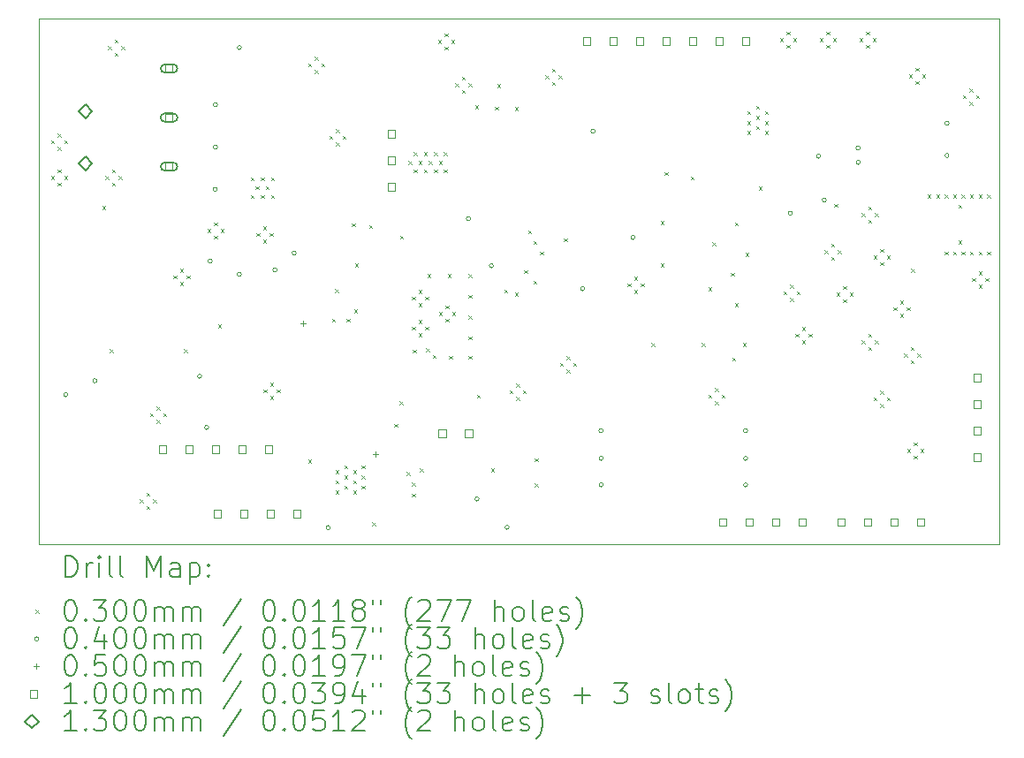
<source format=gbr>
%FSLAX45Y45*%
G04 Gerber Fmt 4.5, Leading zero omitted, Abs format (unit mm)*
G04 Created by KiCad (PCBNEW (6.0.0)) date 2023-11-18 00:08:48*
%MOMM*%
%LPD*%
G01*
G04 APERTURE LIST*
%TA.AperFunction,Profile*%
%ADD10C,0.100000*%
%TD*%
%ADD11C,0.200000*%
%ADD12C,0.030000*%
%ADD13C,0.040000*%
%ADD14C,0.050000*%
%ADD15C,0.100000*%
%ADD16C,0.130000*%
G04 APERTURE END LIST*
D10*
X12115800Y-5651500D02*
X21313140Y-5651500D01*
X21313140Y-5651500D02*
X21313140Y-10688320D01*
X21313140Y-10688320D02*
X12115800Y-10688320D01*
X12115800Y-10688320D02*
X12115800Y-5651500D01*
D11*
D12*
X12227800Y-6817600D02*
X12257800Y-6847600D01*
X12257800Y-6817600D02*
X12227800Y-6847600D01*
X12227800Y-7160500D02*
X12257800Y-7190500D01*
X12257800Y-7160500D02*
X12227800Y-7190500D01*
X12291300Y-6754100D02*
X12321300Y-6784100D01*
X12321300Y-6754100D02*
X12291300Y-6784100D01*
X12291300Y-6881100D02*
X12321300Y-6911100D01*
X12321300Y-6881100D02*
X12291300Y-6911100D01*
X12291300Y-7097000D02*
X12321300Y-7127000D01*
X12321300Y-7097000D02*
X12291300Y-7127000D01*
X12291300Y-7224000D02*
X12321300Y-7254000D01*
X12321300Y-7224000D02*
X12291300Y-7254000D01*
X12354800Y-6817600D02*
X12384800Y-6847600D01*
X12384800Y-6817600D02*
X12354800Y-6847600D01*
X12354800Y-7160500D02*
X12384800Y-7190500D01*
X12384800Y-7160500D02*
X12354800Y-7190500D01*
X12719340Y-7447520D02*
X12749340Y-7477520D01*
X12749340Y-7447520D02*
X12719340Y-7477520D01*
X12748500Y-7160500D02*
X12778500Y-7190500D01*
X12778500Y-7160500D02*
X12748500Y-7190500D01*
X12773900Y-5915900D02*
X12803900Y-5945900D01*
X12803900Y-5915900D02*
X12773900Y-5945900D01*
X12793000Y-8819120D02*
X12823000Y-8849120D01*
X12823000Y-8819120D02*
X12793000Y-8849120D01*
X12812000Y-7097000D02*
X12842000Y-7127000D01*
X12842000Y-7097000D02*
X12812000Y-7127000D01*
X12812000Y-7224000D02*
X12842000Y-7254000D01*
X12842000Y-7224000D02*
X12812000Y-7254000D01*
X12837400Y-5852400D02*
X12867400Y-5882400D01*
X12867400Y-5852400D02*
X12837400Y-5882400D01*
X12837400Y-5979400D02*
X12867400Y-6009400D01*
X12867400Y-5979400D02*
X12837400Y-6009400D01*
X12875500Y-7160500D02*
X12905500Y-7190500D01*
X12905500Y-7160500D02*
X12875500Y-7190500D01*
X12900900Y-5915900D02*
X12930900Y-5945900D01*
X12930900Y-5915900D02*
X12900900Y-5945900D01*
X13078700Y-10259300D02*
X13108700Y-10289300D01*
X13108700Y-10259300D02*
X13078700Y-10289300D01*
X13142200Y-10195800D02*
X13172200Y-10225800D01*
X13172200Y-10195800D02*
X13142200Y-10225800D01*
X13142200Y-10322800D02*
X13172200Y-10352800D01*
X13172200Y-10322800D02*
X13142200Y-10352800D01*
X13177760Y-9433800D02*
X13207760Y-9463800D01*
X13207760Y-9433800D02*
X13177760Y-9463800D01*
X13205700Y-10259300D02*
X13235700Y-10289300D01*
X13235700Y-10259300D02*
X13205700Y-10289300D01*
X13241260Y-9370300D02*
X13271260Y-9400300D01*
X13271260Y-9370300D02*
X13241260Y-9400300D01*
X13241260Y-9497300D02*
X13271260Y-9527300D01*
X13271260Y-9497300D02*
X13241260Y-9527300D01*
X13304760Y-9433800D02*
X13334760Y-9463800D01*
X13334760Y-9433800D02*
X13304760Y-9463800D01*
X13402600Y-8113000D02*
X13432600Y-8143000D01*
X13432600Y-8113000D02*
X13402600Y-8143000D01*
X13466100Y-8049500D02*
X13496100Y-8079500D01*
X13496100Y-8049500D02*
X13466100Y-8079500D01*
X13466100Y-8176500D02*
X13496100Y-8206500D01*
X13496100Y-8176500D02*
X13466100Y-8206500D01*
X13504200Y-8819120D02*
X13534200Y-8849120D01*
X13534200Y-8819120D02*
X13504200Y-8849120D01*
X13529600Y-8113000D02*
X13559600Y-8143000D01*
X13559600Y-8113000D02*
X13529600Y-8143000D01*
X13726400Y-7668500D02*
X13756400Y-7698500D01*
X13756400Y-7668500D02*
X13726400Y-7698500D01*
X13789900Y-7605000D02*
X13819900Y-7635000D01*
X13819900Y-7605000D02*
X13789900Y-7635000D01*
X13789900Y-7732000D02*
X13819900Y-7762000D01*
X13819900Y-7732000D02*
X13789900Y-7762000D01*
X13828000Y-8582900D02*
X13858000Y-8612900D01*
X13858000Y-8582900D02*
X13828000Y-8612900D01*
X13853400Y-7668500D02*
X13883400Y-7698500D01*
X13883400Y-7668500D02*
X13853400Y-7698500D01*
X14142960Y-7175740D02*
X14172960Y-7205740D01*
X14172960Y-7175740D02*
X14142960Y-7205740D01*
X14142960Y-7343380D02*
X14172960Y-7373380D01*
X14172960Y-7343380D02*
X14142960Y-7373380D01*
X14191220Y-7259560D02*
X14221220Y-7289560D01*
X14221220Y-7259560D02*
X14191220Y-7289560D01*
X14196300Y-7706600D02*
X14226300Y-7736600D01*
X14226300Y-7706600D02*
X14196300Y-7736600D01*
X14239480Y-7175740D02*
X14269480Y-7205740D01*
X14269480Y-7175740D02*
X14239480Y-7205740D01*
X14239480Y-7343380D02*
X14269480Y-7373380D01*
X14269480Y-7343380D02*
X14239480Y-7373380D01*
X14259800Y-7643100D02*
X14289800Y-7673100D01*
X14289800Y-7643100D02*
X14259800Y-7673100D01*
X14259800Y-7770100D02*
X14289800Y-7800100D01*
X14289800Y-7770100D02*
X14259800Y-7800100D01*
X14264880Y-9205200D02*
X14294880Y-9235200D01*
X14294880Y-9205200D02*
X14264880Y-9235200D01*
X14287740Y-7259560D02*
X14317740Y-7289560D01*
X14317740Y-7259560D02*
X14287740Y-7289560D01*
X14323300Y-7706600D02*
X14353300Y-7736600D01*
X14353300Y-7706600D02*
X14323300Y-7736600D01*
X14328380Y-9141700D02*
X14358380Y-9171700D01*
X14358380Y-9141700D02*
X14328380Y-9171700D01*
X14328380Y-9268700D02*
X14358380Y-9298700D01*
X14358380Y-9268700D02*
X14328380Y-9298700D01*
X14336000Y-7175740D02*
X14366000Y-7205740D01*
X14366000Y-7175740D02*
X14336000Y-7205740D01*
X14336000Y-7343380D02*
X14366000Y-7373380D01*
X14366000Y-7343380D02*
X14336000Y-7373380D01*
X14391880Y-9205200D02*
X14421880Y-9235200D01*
X14421880Y-9205200D02*
X14391880Y-9235200D01*
X14691600Y-6081000D02*
X14721600Y-6111000D01*
X14721600Y-6081000D02*
X14691600Y-6111000D01*
X14691600Y-9880840D02*
X14721600Y-9910840D01*
X14721600Y-9880840D02*
X14691600Y-9910840D01*
X14755100Y-6017500D02*
X14785100Y-6047500D01*
X14785100Y-6017500D02*
X14755100Y-6047500D01*
X14755100Y-6144500D02*
X14785100Y-6174500D01*
X14785100Y-6144500D02*
X14755100Y-6174500D01*
X14818600Y-6081000D02*
X14848600Y-6111000D01*
X14848600Y-6081000D02*
X14818600Y-6111000D01*
X14894800Y-6776960D02*
X14924800Y-6806960D01*
X14924800Y-6776960D02*
X14894800Y-6806960D01*
X14920200Y-8529560D02*
X14950200Y-8559560D01*
X14950200Y-8529560D02*
X14920200Y-8559560D01*
X14950680Y-8245080D02*
X14980680Y-8275080D01*
X14980680Y-8245080D02*
X14950680Y-8275080D01*
X14955760Y-9982440D02*
X14985760Y-10012440D01*
X14985760Y-9982440D02*
X14955760Y-10012440D01*
X14955760Y-10078960D02*
X14985760Y-10108960D01*
X14985760Y-10078960D02*
X14955760Y-10108960D01*
X14955760Y-10175480D02*
X14985760Y-10205480D01*
X14985760Y-10175480D02*
X14955760Y-10205480D01*
X14958300Y-6713460D02*
X14988300Y-6743460D01*
X14988300Y-6713460D02*
X14958300Y-6743460D01*
X14958300Y-6840460D02*
X14988300Y-6870460D01*
X14988300Y-6840460D02*
X14958300Y-6870460D01*
X15021800Y-6776960D02*
X15051800Y-6806960D01*
X15051800Y-6776960D02*
X15021800Y-6806960D01*
X15039580Y-9934180D02*
X15069580Y-9964180D01*
X15069580Y-9934180D02*
X15039580Y-9964180D01*
X15039580Y-10030700D02*
X15069580Y-10060700D01*
X15069580Y-10030700D02*
X15039580Y-10060700D01*
X15039580Y-10127220D02*
X15069580Y-10157220D01*
X15069580Y-10127220D02*
X15039580Y-10157220D01*
X15062440Y-8529560D02*
X15092440Y-8559560D01*
X15092440Y-8529560D02*
X15062440Y-8559560D01*
X15113240Y-7615160D02*
X15143240Y-7645160D01*
X15143240Y-7615160D02*
X15113240Y-7645160D01*
X15123400Y-9982440D02*
X15153400Y-10012440D01*
X15153400Y-9982440D02*
X15123400Y-10012440D01*
X15123400Y-10078960D02*
X15153400Y-10108960D01*
X15153400Y-10078960D02*
X15123400Y-10108960D01*
X15123400Y-10175480D02*
X15153400Y-10205480D01*
X15153400Y-10175480D02*
X15123400Y-10205480D01*
X15133560Y-8438120D02*
X15163560Y-8468120D01*
X15163560Y-8438120D02*
X15133560Y-8468120D01*
X15143720Y-8001240D02*
X15173720Y-8031240D01*
X15173720Y-8001240D02*
X15143720Y-8031240D01*
X15207220Y-9934180D02*
X15237220Y-9964180D01*
X15237220Y-9934180D02*
X15207220Y-9964180D01*
X15207220Y-10030700D02*
X15237220Y-10060700D01*
X15237220Y-10030700D02*
X15207220Y-10060700D01*
X15207220Y-10127220D02*
X15237220Y-10157220D01*
X15237220Y-10127220D02*
X15207220Y-10157220D01*
X15275800Y-7632940D02*
X15305800Y-7662940D01*
X15305800Y-7632940D02*
X15275800Y-7662940D01*
X15306280Y-10480280D02*
X15336280Y-10510280D01*
X15336280Y-10480280D02*
X15306280Y-10510280D01*
X15519640Y-9535400D02*
X15549640Y-9565400D01*
X15549640Y-9535400D02*
X15519640Y-9565400D01*
X15567900Y-9319500D02*
X15597900Y-9349500D01*
X15597900Y-9319500D02*
X15567900Y-9349500D01*
X15575520Y-7732000D02*
X15605520Y-7762000D01*
X15605520Y-7732000D02*
X15575520Y-7762000D01*
X15636480Y-9997680D02*
X15666480Y-10027680D01*
X15666480Y-9997680D02*
X15636480Y-10027680D01*
X15656400Y-7015720D02*
X15686400Y-7045720D01*
X15686400Y-7015720D02*
X15656400Y-7045720D01*
X15687280Y-10099280D02*
X15717280Y-10129280D01*
X15717280Y-10099280D02*
X15687280Y-10129280D01*
X15687280Y-10205960D02*
X15717280Y-10235960D01*
X15717280Y-10205960D02*
X15687280Y-10235960D01*
X15689820Y-8316200D02*
X15719820Y-8346200D01*
X15719820Y-8316200D02*
X15689820Y-8346200D01*
X15689820Y-8603220D02*
X15719820Y-8633220D01*
X15719820Y-8603220D02*
X15689820Y-8633220D01*
X15694900Y-8824200D02*
X15724900Y-8854200D01*
X15724900Y-8824200D02*
X15694900Y-8854200D01*
X15704660Y-6931900D02*
X15734660Y-6961900D01*
X15734660Y-6931900D02*
X15704660Y-6961900D01*
X15704660Y-7099540D02*
X15734660Y-7129540D01*
X15734660Y-7099540D02*
X15704660Y-7129540D01*
X15752920Y-7015720D02*
X15782920Y-7045720D01*
X15782920Y-7015720D02*
X15752920Y-7045720D01*
X15753320Y-8252700D02*
X15783320Y-8282700D01*
X15783320Y-8252700D02*
X15753320Y-8282700D01*
X15753320Y-8379700D02*
X15783320Y-8409700D01*
X15783320Y-8379700D02*
X15753320Y-8409700D01*
X15753320Y-8539720D02*
X15783320Y-8569720D01*
X15783320Y-8539720D02*
X15753320Y-8569720D01*
X15753320Y-8666720D02*
X15783320Y-8696720D01*
X15783320Y-8666720D02*
X15753320Y-8696720D01*
X15763480Y-9962120D02*
X15793480Y-9992120D01*
X15793480Y-9962120D02*
X15763480Y-9992120D01*
X15801180Y-6931900D02*
X15831180Y-6961900D01*
X15831180Y-6931900D02*
X15801180Y-6961900D01*
X15801180Y-7099540D02*
X15831180Y-7129540D01*
X15831180Y-7099540D02*
X15801180Y-7129540D01*
X15816820Y-8316200D02*
X15846820Y-8346200D01*
X15846820Y-8316200D02*
X15816820Y-8346200D01*
X15816820Y-8603220D02*
X15846820Y-8633220D01*
X15846820Y-8603220D02*
X15816820Y-8633220D01*
X15821900Y-8811500D02*
X15851900Y-8841500D01*
X15851900Y-8811500D02*
X15821900Y-8841500D01*
X15834600Y-8102840D02*
X15864600Y-8132840D01*
X15864600Y-8102840D02*
X15834600Y-8132840D01*
X15849440Y-7015720D02*
X15879440Y-7045720D01*
X15879440Y-7015720D02*
X15849440Y-7045720D01*
X15885400Y-8875000D02*
X15915400Y-8905000D01*
X15915400Y-8875000D02*
X15885400Y-8905000D01*
X15897700Y-6931900D02*
X15927700Y-6961900D01*
X15927700Y-6931900D02*
X15897700Y-6961900D01*
X15897700Y-7099540D02*
X15927700Y-7129540D01*
X15927700Y-7099540D02*
X15897700Y-7129540D01*
X15936200Y-5857480D02*
X15966200Y-5887480D01*
X15966200Y-5857480D02*
X15936200Y-5887480D01*
X15945960Y-7015720D02*
X15975960Y-7045720D01*
X15975960Y-7015720D02*
X15945960Y-7045720D01*
X15946360Y-8463520D02*
X15976360Y-8493520D01*
X15976360Y-8463520D02*
X15946360Y-8493520D01*
X15994220Y-6931900D02*
X16024220Y-6961900D01*
X16024220Y-6931900D02*
X15994220Y-6961900D01*
X15994220Y-7099540D02*
X16024220Y-7129540D01*
X16024220Y-7099540D02*
X15994220Y-7129540D01*
X15999700Y-5793980D02*
X16029700Y-5823980D01*
X16029700Y-5793980D02*
X15999700Y-5823980D01*
X15999700Y-5920980D02*
X16029700Y-5950980D01*
X16029700Y-5920980D02*
X15999700Y-5950980D01*
X16009860Y-8400020D02*
X16039860Y-8430020D01*
X16039860Y-8400020D02*
X16009860Y-8430020D01*
X16009860Y-8527020D02*
X16039860Y-8557020D01*
X16039860Y-8527020D02*
X16009860Y-8557020D01*
X16032720Y-8102840D02*
X16062720Y-8132840D01*
X16062720Y-8102840D02*
X16032720Y-8132840D01*
X16042880Y-8885160D02*
X16072880Y-8915160D01*
X16072880Y-8885160D02*
X16042880Y-8915160D01*
X16063200Y-5857480D02*
X16093200Y-5887480D01*
X16093200Y-5857480D02*
X16063200Y-5887480D01*
X16073360Y-8463520D02*
X16103360Y-8493520D01*
X16103360Y-8463520D02*
X16073360Y-8493520D01*
X16101300Y-6271500D02*
X16131300Y-6301500D01*
X16131300Y-6271500D02*
X16101300Y-6301500D01*
X16164800Y-6208000D02*
X16194800Y-6238000D01*
X16194800Y-6208000D02*
X16164800Y-6238000D01*
X16164800Y-6335000D02*
X16194800Y-6365000D01*
X16194800Y-6335000D02*
X16164800Y-6365000D01*
X16228300Y-6271500D02*
X16258300Y-6301500D01*
X16258300Y-6271500D02*
X16228300Y-6301500D01*
X16230840Y-8102840D02*
X16260840Y-8132840D01*
X16260840Y-8102840D02*
X16230840Y-8132840D01*
X16230840Y-8300960D02*
X16260840Y-8330960D01*
X16260840Y-8300960D02*
X16230840Y-8330960D01*
X16230840Y-8499080D02*
X16260840Y-8529080D01*
X16260840Y-8499080D02*
X16230840Y-8529080D01*
X16230840Y-8697200D02*
X16260840Y-8727200D01*
X16260840Y-8697200D02*
X16230840Y-8727200D01*
X16230840Y-8885160D02*
X16260840Y-8915160D01*
X16260840Y-8885160D02*
X16230840Y-8915160D01*
X16294340Y-6484860D02*
X16324340Y-6514860D01*
X16324340Y-6484860D02*
X16294340Y-6514860D01*
X16312120Y-9256000D02*
X16342120Y-9286000D01*
X16342120Y-9256000D02*
X16312120Y-9286000D01*
X16444200Y-9962120D02*
X16474200Y-9992120D01*
X16474200Y-9962120D02*
X16444200Y-9992120D01*
X16484840Y-6497560D02*
X16514840Y-6527560D01*
X16514840Y-6497560D02*
X16484840Y-6527560D01*
X16505160Y-6279120D02*
X16535160Y-6309120D01*
X16535160Y-6279120D02*
X16505160Y-6309120D01*
X16571200Y-8250061D02*
X16601200Y-8280061D01*
X16601200Y-8250061D02*
X16571200Y-8280061D01*
X16622000Y-9215360D02*
X16652000Y-9245360D01*
X16652000Y-9215360D02*
X16622000Y-9245360D01*
X16672800Y-6500100D02*
X16702800Y-6530100D01*
X16702800Y-6500100D02*
X16672800Y-6530100D01*
X16672800Y-8278100D02*
X16702800Y-8308100D01*
X16702800Y-8278100D02*
X16672800Y-8308100D01*
X16685500Y-9151860D02*
X16715500Y-9181860D01*
X16715500Y-9151860D02*
X16685500Y-9181860D01*
X16685500Y-9278860D02*
X16715500Y-9308860D01*
X16715500Y-9278860D02*
X16685500Y-9308860D01*
X16749000Y-9215360D02*
X16779000Y-9245360D01*
X16779000Y-9215360D02*
X16749000Y-9245360D01*
X16761700Y-8062200D02*
X16791700Y-8092200D01*
X16791700Y-8062200D02*
X16761700Y-8092200D01*
X16799800Y-7681200D02*
X16829800Y-7711200D01*
X16829800Y-7681200D02*
X16799800Y-7711200D01*
X16850600Y-7782800D02*
X16880600Y-7812800D01*
X16880600Y-7782800D02*
X16850600Y-7812800D01*
X16850600Y-8163800D02*
X16880600Y-8193800D01*
X16880600Y-8163800D02*
X16850600Y-8193800D01*
X16863300Y-9865600D02*
X16893300Y-9895600D01*
X16893300Y-9865600D02*
X16863300Y-9895600D01*
X16863300Y-10106900D02*
X16893300Y-10136900D01*
X16893300Y-10106900D02*
X16863300Y-10136900D01*
X16914100Y-7884400D02*
X16944100Y-7914400D01*
X16944100Y-7884400D02*
X16914100Y-7914400D01*
X16964900Y-6195300D02*
X16994900Y-6225300D01*
X16994900Y-6195300D02*
X16964900Y-6225300D01*
X17028400Y-6131800D02*
X17058400Y-6161800D01*
X17058400Y-6131800D02*
X17028400Y-6161800D01*
X17028400Y-6258800D02*
X17058400Y-6288800D01*
X17058400Y-6258800D02*
X17028400Y-6288800D01*
X17091900Y-6195300D02*
X17121900Y-6225300D01*
X17121900Y-6195300D02*
X17091900Y-6225300D01*
X17104600Y-8951200D02*
X17134600Y-8981200D01*
X17134600Y-8951200D02*
X17104600Y-8981200D01*
X17142700Y-7757400D02*
X17172700Y-7787400D01*
X17172700Y-7757400D02*
X17142700Y-7787400D01*
X17168100Y-8887700D02*
X17198100Y-8917700D01*
X17198100Y-8887700D02*
X17168100Y-8917700D01*
X17168100Y-9014700D02*
X17198100Y-9044700D01*
X17198100Y-9014700D02*
X17168100Y-9044700D01*
X17231600Y-8951200D02*
X17261600Y-8981200D01*
X17261600Y-8951200D02*
X17231600Y-8981200D01*
X17752300Y-8189200D02*
X17782300Y-8219200D01*
X17782300Y-8189200D02*
X17752300Y-8219200D01*
X17815800Y-8125700D02*
X17845800Y-8155700D01*
X17845800Y-8125700D02*
X17815800Y-8155700D01*
X17815800Y-8252700D02*
X17845800Y-8282700D01*
X17845800Y-8252700D02*
X17815800Y-8282700D01*
X17879300Y-8189200D02*
X17909300Y-8219200D01*
X17909300Y-8189200D02*
X17879300Y-8219200D01*
X17980900Y-8760700D02*
X18010900Y-8790700D01*
X18010900Y-8760700D02*
X17980900Y-8790700D01*
X18069800Y-7998700D02*
X18099800Y-8028700D01*
X18099800Y-7998700D02*
X18069800Y-8028700D01*
X18069900Y-7592300D02*
X18099900Y-7622300D01*
X18099900Y-7592300D02*
X18069900Y-7622300D01*
X18107900Y-7122400D02*
X18137900Y-7152400D01*
X18137900Y-7122400D02*
X18107900Y-7152400D01*
X18357770Y-7164790D02*
X18387770Y-7194790D01*
X18387770Y-7164790D02*
X18357770Y-7194790D01*
X18463500Y-8760700D02*
X18493500Y-8790700D01*
X18493500Y-8760700D02*
X18463500Y-8790700D01*
X18527000Y-8227300D02*
X18557000Y-8257300D01*
X18557000Y-8227300D02*
X18527000Y-8257300D01*
X18527000Y-9256000D02*
X18557000Y-9286000D01*
X18557000Y-9256000D02*
X18527000Y-9286000D01*
X18565100Y-7795500D02*
X18595100Y-7825500D01*
X18595100Y-7795500D02*
X18565100Y-7825500D01*
X18590500Y-9192500D02*
X18620500Y-9222500D01*
X18620500Y-9192500D02*
X18590500Y-9222500D01*
X18590500Y-9319500D02*
X18620500Y-9349500D01*
X18620500Y-9319500D02*
X18590500Y-9349500D01*
X18654000Y-9256000D02*
X18684000Y-9286000D01*
X18684000Y-9256000D02*
X18654000Y-9286000D01*
X18745540Y-8087760D02*
X18775540Y-8117760D01*
X18775540Y-8087760D02*
X18745540Y-8117760D01*
X18755860Y-8900400D02*
X18785860Y-8930400D01*
X18785860Y-8900400D02*
X18755860Y-8930400D01*
X18781000Y-7605000D02*
X18811000Y-7635000D01*
X18811000Y-7605000D02*
X18781000Y-7635000D01*
X18781000Y-8379700D02*
X18811000Y-8409700D01*
X18811000Y-8379700D02*
X18781000Y-8409700D01*
X18857200Y-8760700D02*
X18887200Y-8790700D01*
X18887200Y-8760700D02*
X18857200Y-8790700D01*
X18882600Y-7897100D02*
X18912600Y-7927100D01*
X18912600Y-7897100D02*
X18882600Y-7927100D01*
X18902920Y-6538200D02*
X18932920Y-6568200D01*
X18932920Y-6538200D02*
X18902920Y-6568200D01*
X18902920Y-6634720D02*
X18932920Y-6664720D01*
X18932920Y-6634720D02*
X18902920Y-6664720D01*
X18902920Y-6731240D02*
X18932920Y-6761240D01*
X18932920Y-6731240D02*
X18902920Y-6761240D01*
X18986740Y-6489940D02*
X19016740Y-6519940D01*
X19016740Y-6489940D02*
X18986740Y-6519940D01*
X18986740Y-6586460D02*
X19016740Y-6616460D01*
X19016740Y-6586460D02*
X18986740Y-6616460D01*
X18986740Y-6682980D02*
X19016740Y-6712980D01*
X19016740Y-6682980D02*
X18986740Y-6712980D01*
X19009600Y-7262100D02*
X19039600Y-7292100D01*
X19039600Y-7262100D02*
X19009600Y-7292100D01*
X19070560Y-6538200D02*
X19100560Y-6568200D01*
X19100560Y-6538200D02*
X19070560Y-6568200D01*
X19070560Y-6634720D02*
X19100560Y-6664720D01*
X19100560Y-6634720D02*
X19070560Y-6664720D01*
X19070560Y-6731240D02*
X19100560Y-6761240D01*
X19100560Y-6731240D02*
X19070560Y-6761240D01*
X19212800Y-5839700D02*
X19242800Y-5869700D01*
X19242800Y-5839700D02*
X19212800Y-5869700D01*
X19248360Y-8265400D02*
X19278360Y-8295400D01*
X19278360Y-8265400D02*
X19248360Y-8295400D01*
X19276300Y-5776200D02*
X19306300Y-5806200D01*
X19306300Y-5776200D02*
X19276300Y-5806200D01*
X19276300Y-5903200D02*
X19306300Y-5933200D01*
X19306300Y-5903200D02*
X19276300Y-5933200D01*
X19311860Y-8201900D02*
X19341860Y-8231900D01*
X19341860Y-8201900D02*
X19311860Y-8231900D01*
X19311860Y-8328900D02*
X19341860Y-8358900D01*
X19341860Y-8328900D02*
X19311860Y-8358900D01*
X19339800Y-5839700D02*
X19369800Y-5869700D01*
X19369800Y-5839700D02*
X19339800Y-5869700D01*
X19362660Y-8671800D02*
X19392660Y-8701800D01*
X19392660Y-8671800D02*
X19362660Y-8701800D01*
X19375360Y-8265400D02*
X19405360Y-8295400D01*
X19405360Y-8265400D02*
X19375360Y-8295400D01*
X19426160Y-8608300D02*
X19456160Y-8638300D01*
X19456160Y-8608300D02*
X19426160Y-8638300D01*
X19426160Y-8735300D02*
X19456160Y-8765300D01*
X19456160Y-8735300D02*
X19426160Y-8765300D01*
X19489660Y-8671800D02*
X19519660Y-8701800D01*
X19519660Y-8671800D02*
X19489660Y-8701800D01*
X19593800Y-5839700D02*
X19623800Y-5869700D01*
X19623800Y-5839700D02*
X19593800Y-5869700D01*
X19642060Y-7871700D02*
X19672060Y-7901700D01*
X19672060Y-7871700D02*
X19642060Y-7901700D01*
X19657300Y-5776200D02*
X19687300Y-5806200D01*
X19687300Y-5776200D02*
X19657300Y-5806200D01*
X19657300Y-5903200D02*
X19687300Y-5933200D01*
X19687300Y-5903200D02*
X19657300Y-5933200D01*
X19705560Y-7808200D02*
X19735560Y-7838200D01*
X19735560Y-7808200D02*
X19705560Y-7838200D01*
X19705560Y-7935200D02*
X19735560Y-7965200D01*
X19735560Y-7935200D02*
X19705560Y-7965200D01*
X19720800Y-5839700D02*
X19750800Y-5869700D01*
X19750800Y-5839700D02*
X19720800Y-5869700D01*
X19733500Y-7427200D02*
X19763500Y-7457200D01*
X19763500Y-7427200D02*
X19733500Y-7457200D01*
X19756360Y-8278100D02*
X19786360Y-8308100D01*
X19786360Y-8278100D02*
X19756360Y-8308100D01*
X19769060Y-7871700D02*
X19799060Y-7901700D01*
X19799060Y-7871700D02*
X19769060Y-7901700D01*
X19819860Y-8214600D02*
X19849860Y-8244600D01*
X19849860Y-8214600D02*
X19819860Y-8244600D01*
X19819860Y-8341600D02*
X19849860Y-8371600D01*
X19849860Y-8341600D02*
X19819860Y-8371600D01*
X19883360Y-8278100D02*
X19913360Y-8308100D01*
X19913360Y-8278100D02*
X19883360Y-8308100D01*
X19974800Y-5839700D02*
X20004800Y-5869700D01*
X20004800Y-5839700D02*
X19974800Y-5869700D01*
X19997660Y-7516100D02*
X20027660Y-7546100D01*
X20027660Y-7516100D02*
X19997660Y-7546100D01*
X19997660Y-8735300D02*
X20027660Y-8765300D01*
X20027660Y-8735300D02*
X19997660Y-8765300D01*
X20038300Y-5776200D02*
X20068300Y-5806200D01*
X20068300Y-5776200D02*
X20038300Y-5806200D01*
X20038300Y-5903200D02*
X20068300Y-5933200D01*
X20068300Y-5903200D02*
X20038300Y-5933200D01*
X20061160Y-7452600D02*
X20091160Y-7482600D01*
X20091160Y-7452600D02*
X20061160Y-7482600D01*
X20061160Y-7579600D02*
X20091160Y-7609600D01*
X20091160Y-7579600D02*
X20061160Y-7609600D01*
X20061160Y-8671800D02*
X20091160Y-8701800D01*
X20091160Y-8671800D02*
X20061160Y-8701800D01*
X20061160Y-8798800D02*
X20091160Y-8828800D01*
X20091160Y-8798800D02*
X20061160Y-8828800D01*
X20101800Y-5839700D02*
X20131800Y-5869700D01*
X20131800Y-5839700D02*
X20101800Y-5869700D01*
X20111960Y-7922500D02*
X20141960Y-7952500D01*
X20141960Y-7922500D02*
X20111960Y-7952500D01*
X20111960Y-9281400D02*
X20141960Y-9311400D01*
X20141960Y-9281400D02*
X20111960Y-9311400D01*
X20124660Y-7516100D02*
X20154660Y-7546100D01*
X20154660Y-7516100D02*
X20124660Y-7546100D01*
X20124660Y-8735300D02*
X20154660Y-8765300D01*
X20154660Y-8735300D02*
X20124660Y-8765300D01*
X20175460Y-7859000D02*
X20205460Y-7889000D01*
X20205460Y-7859000D02*
X20175460Y-7889000D01*
X20175460Y-7986000D02*
X20205460Y-8016000D01*
X20205460Y-7986000D02*
X20175460Y-8016000D01*
X20175460Y-9217900D02*
X20205460Y-9247900D01*
X20205460Y-9217900D02*
X20175460Y-9247900D01*
X20175460Y-9344900D02*
X20205460Y-9374900D01*
X20205460Y-9344900D02*
X20175460Y-9374900D01*
X20238960Y-7922500D02*
X20268960Y-7952500D01*
X20268960Y-7922500D02*
X20238960Y-7952500D01*
X20238960Y-9281400D02*
X20268960Y-9311400D01*
X20268960Y-9281400D02*
X20238960Y-9311400D01*
X20302460Y-8417800D02*
X20332460Y-8447800D01*
X20332460Y-8417800D02*
X20302460Y-8447800D01*
X20365960Y-8354300D02*
X20395960Y-8384300D01*
X20395960Y-8354300D02*
X20365960Y-8384300D01*
X20365960Y-8481300D02*
X20395960Y-8511300D01*
X20395960Y-8481300D02*
X20365960Y-8511300D01*
X20404060Y-8862300D02*
X20434060Y-8892300D01*
X20434060Y-8862300D02*
X20404060Y-8892300D01*
X20429460Y-8417800D02*
X20459460Y-8447800D01*
X20459460Y-8417800D02*
X20429460Y-8447800D01*
X20432000Y-9779240D02*
X20462000Y-9809240D01*
X20462000Y-9779240D02*
X20432000Y-9809240D01*
X20452320Y-6187680D02*
X20482320Y-6217680D01*
X20482320Y-6187680D02*
X20452320Y-6217680D01*
X20467560Y-8798800D02*
X20497560Y-8828800D01*
X20497560Y-8798800D02*
X20467560Y-8828800D01*
X20467560Y-8925800D02*
X20497560Y-8955800D01*
X20497560Y-8925800D02*
X20467560Y-8955800D01*
X20470100Y-8049500D02*
X20500100Y-8079500D01*
X20500100Y-8049500D02*
X20470100Y-8079500D01*
X20495500Y-9715740D02*
X20525500Y-9745740D01*
X20525500Y-9715740D02*
X20495500Y-9745740D01*
X20495500Y-9842740D02*
X20525500Y-9872740D01*
X20525500Y-9842740D02*
X20495500Y-9872740D01*
X20515820Y-6124180D02*
X20545820Y-6154180D01*
X20545820Y-6124180D02*
X20515820Y-6154180D01*
X20515820Y-6251180D02*
X20545820Y-6281180D01*
X20545820Y-6251180D02*
X20515820Y-6281180D01*
X20531060Y-8862300D02*
X20561060Y-8892300D01*
X20561060Y-8862300D02*
X20531060Y-8892300D01*
X20559000Y-9779240D02*
X20589000Y-9809240D01*
X20589000Y-9779240D02*
X20559000Y-9809240D01*
X20579320Y-6187680D02*
X20609320Y-6217680D01*
X20609320Y-6187680D02*
X20579320Y-6217680D01*
X20630120Y-7340840D02*
X20660120Y-7370840D01*
X20660120Y-7340840D02*
X20630120Y-7370840D01*
X20711400Y-7340840D02*
X20741400Y-7370840D01*
X20741400Y-7340840D02*
X20711400Y-7370840D01*
X20792680Y-7340840D02*
X20822680Y-7370840D01*
X20822680Y-7340840D02*
X20792680Y-7370840D01*
X20792680Y-7884400D02*
X20822680Y-7914400D01*
X20822680Y-7884400D02*
X20792680Y-7914400D01*
X20873960Y-7340840D02*
X20903960Y-7370840D01*
X20903960Y-7340840D02*
X20873960Y-7370840D01*
X20873960Y-7884400D02*
X20903960Y-7914400D01*
X20903960Y-7884400D02*
X20873960Y-7914400D01*
X20924300Y-7437360D02*
X20954300Y-7467360D01*
X20954300Y-7437360D02*
X20924300Y-7467360D01*
X20924300Y-7777720D02*
X20954300Y-7807720D01*
X20954300Y-7777720D02*
X20924300Y-7807720D01*
X20955240Y-7340840D02*
X20985240Y-7370840D01*
X20985240Y-7340840D02*
X20955240Y-7370840D01*
X20955240Y-7884400D02*
X20985240Y-7914400D01*
X20985240Y-7884400D02*
X20955240Y-7914400D01*
X20965400Y-6385800D02*
X20995400Y-6415800D01*
X20995400Y-6385800D02*
X20965400Y-6415800D01*
X21028900Y-6322300D02*
X21058900Y-6352300D01*
X21058900Y-6322300D02*
X21028900Y-6352300D01*
X21028900Y-6449300D02*
X21058900Y-6479300D01*
X21058900Y-6449300D02*
X21028900Y-6479300D01*
X21036520Y-7340840D02*
X21066520Y-7370840D01*
X21066520Y-7340840D02*
X21036520Y-7370840D01*
X21036520Y-7884400D02*
X21066520Y-7914400D01*
X21066520Y-7884400D02*
X21036520Y-7914400D01*
X21054300Y-8138400D02*
X21084300Y-8168400D01*
X21084300Y-8138400D02*
X21054300Y-8168400D01*
X21092400Y-6385800D02*
X21122400Y-6415800D01*
X21122400Y-6385800D02*
X21092400Y-6415800D01*
X21117800Y-7340840D02*
X21147800Y-7370840D01*
X21147800Y-7340840D02*
X21117800Y-7370840D01*
X21117800Y-7884400D02*
X21147800Y-7914400D01*
X21147800Y-7884400D02*
X21117800Y-7914400D01*
X21117800Y-8074900D02*
X21147800Y-8104900D01*
X21147800Y-8074900D02*
X21117800Y-8104900D01*
X21117800Y-8201900D02*
X21147800Y-8231900D01*
X21147800Y-8201900D02*
X21117800Y-8231900D01*
X21181300Y-8138400D02*
X21211300Y-8168400D01*
X21211300Y-8138400D02*
X21181300Y-8168400D01*
X21199080Y-7340840D02*
X21229080Y-7370840D01*
X21229080Y-7340840D02*
X21199080Y-7370840D01*
X21199080Y-7884400D02*
X21229080Y-7914400D01*
X21229080Y-7884400D02*
X21199080Y-7914400D01*
D13*
X12389800Y-9258300D02*
G75*
G03*
X12389800Y-9258300I-20000J0D01*
G01*
X12669200Y-9123680D02*
G75*
G03*
X12669200Y-9123680I-20000J0D01*
G01*
X13672500Y-9080500D02*
G75*
G03*
X13672500Y-9080500I-20000J0D01*
G01*
X13741080Y-9570720D02*
G75*
G03*
X13741080Y-9570720I-20000J0D01*
G01*
X13774100Y-7975600D02*
G75*
G03*
X13774100Y-7975600I-20000J0D01*
G01*
X13822360Y-7289800D02*
G75*
G03*
X13822360Y-7289800I-20000J0D01*
G01*
X13824900Y-6477000D02*
G75*
G03*
X13824900Y-6477000I-20000J0D01*
G01*
X13824900Y-6883400D02*
G75*
G03*
X13824900Y-6883400I-20000J0D01*
G01*
X14053500Y-5930900D02*
G75*
G03*
X14053500Y-5930900I-20000J0D01*
G01*
X14053500Y-8102600D02*
G75*
G03*
X14053500Y-8102600I-20000J0D01*
G01*
X14396400Y-8061960D02*
G75*
G03*
X14396400Y-8061960I-20000J0D01*
G01*
X14579280Y-7899400D02*
G75*
G03*
X14579280Y-7899400I-20000J0D01*
G01*
X14904400Y-10530840D02*
G75*
G03*
X14904400Y-10530840I-20000J0D01*
G01*
X16250600Y-7569200D02*
G75*
G03*
X16250600Y-7569200I-20000J0D01*
G01*
X16331880Y-10256520D02*
G75*
G03*
X16331880Y-10256520I-20000J0D01*
G01*
X16469040Y-8021320D02*
G75*
G03*
X16469040Y-8021320I-20000J0D01*
G01*
X16618900Y-10528300D02*
G75*
G03*
X16618900Y-10528300I-20000J0D01*
G01*
X17342800Y-8242300D02*
G75*
G03*
X17342800Y-8242300I-20000J0D01*
G01*
X17444400Y-6731000D02*
G75*
G03*
X17444400Y-6731000I-20000J0D01*
G01*
X17520600Y-9601200D02*
G75*
G03*
X17520600Y-9601200I-20000J0D01*
G01*
X17520600Y-9867900D02*
G75*
G03*
X17520600Y-9867900I-20000J0D01*
G01*
X17520600Y-10121900D02*
G75*
G03*
X17520600Y-10121900I-20000J0D01*
G01*
X17825500Y-7749700D02*
G75*
G03*
X17825500Y-7749700I-20000J0D01*
G01*
X18904900Y-9601200D02*
G75*
G03*
X18904900Y-9601200I-20000J0D01*
G01*
X18904900Y-9867900D02*
G75*
G03*
X18904900Y-9867900I-20000J0D01*
G01*
X18904900Y-10121900D02*
G75*
G03*
X18904900Y-10121900I-20000J0D01*
G01*
X19334160Y-7518400D02*
G75*
G03*
X19334160Y-7518400I-20000J0D01*
G01*
X19603400Y-6972300D02*
G75*
G03*
X19603400Y-6972300I-20000J0D01*
G01*
X19659280Y-7391400D02*
G75*
G03*
X19659280Y-7391400I-20000J0D01*
G01*
X19984400Y-6893560D02*
G75*
G03*
X19984400Y-6893560I-20000J0D01*
G01*
X19984400Y-7030720D02*
G75*
G03*
X19984400Y-7030720I-20000J0D01*
G01*
X20835300Y-6654800D02*
G75*
G03*
X20835300Y-6654800I-20000J0D01*
G01*
X20835300Y-6964680D02*
G75*
G03*
X20835300Y-6964680I-20000J0D01*
G01*
D14*
X14645640Y-8544960D02*
X14645640Y-8594960D01*
X14620640Y-8569960D02*
X14670640Y-8569960D01*
X15336520Y-9804800D02*
X15336520Y-9854800D01*
X15311520Y-9829800D02*
X15361520Y-9829800D01*
D15*
X13332256Y-9814356D02*
X13332256Y-9743644D01*
X13261544Y-9743644D01*
X13261544Y-9814356D01*
X13332256Y-9814356D01*
X13395756Y-6166916D02*
X13395756Y-6096204D01*
X13325044Y-6096204D01*
X13325044Y-6166916D01*
X13395756Y-6166916D01*
D11*
X13400400Y-6091560D02*
X13320400Y-6091560D01*
X13400400Y-6171560D02*
X13320400Y-6171560D01*
X13320400Y-6091560D02*
G75*
G03*
X13320400Y-6171560I0J-40000D01*
G01*
X13400400Y-6171560D02*
G75*
G03*
X13400400Y-6091560I0J40000D01*
G01*
D15*
X13395756Y-6636916D02*
X13395756Y-6566204D01*
X13325044Y-6566204D01*
X13325044Y-6636916D01*
X13395756Y-6636916D01*
D11*
X13400400Y-6561560D02*
X13320400Y-6561560D01*
X13400400Y-6641560D02*
X13320400Y-6641560D01*
X13320400Y-6561560D02*
G75*
G03*
X13320400Y-6641560I0J-40000D01*
G01*
X13400400Y-6641560D02*
G75*
G03*
X13400400Y-6561560I0J40000D01*
G01*
D15*
X13395756Y-7106916D02*
X13395756Y-7036204D01*
X13325044Y-7036204D01*
X13325044Y-7106916D01*
X13395756Y-7106916D01*
D11*
X13400400Y-7031560D02*
X13320400Y-7031560D01*
X13400400Y-7111560D02*
X13320400Y-7111560D01*
X13320400Y-7031560D02*
G75*
G03*
X13320400Y-7111560I0J-40000D01*
G01*
X13400400Y-7111560D02*
G75*
G03*
X13400400Y-7031560I0J40000D01*
G01*
D15*
X13586256Y-9814356D02*
X13586256Y-9743644D01*
X13515544Y-9743644D01*
X13515544Y-9814356D01*
X13586256Y-9814356D01*
X13840256Y-9814356D02*
X13840256Y-9743644D01*
X13769544Y-9743644D01*
X13769544Y-9814356D01*
X13840256Y-9814356D01*
X13857782Y-10434116D02*
X13857782Y-10363404D01*
X13787070Y-10363404D01*
X13787070Y-10434116D01*
X13857782Y-10434116D01*
X14094256Y-9814356D02*
X14094256Y-9743644D01*
X14023544Y-9743644D01*
X14023544Y-9814356D01*
X14094256Y-9814356D01*
X14111782Y-10434116D02*
X14111782Y-10363404D01*
X14041070Y-10363404D01*
X14041070Y-10434116D01*
X14111782Y-10434116D01*
X14348256Y-9814356D02*
X14348256Y-9743644D01*
X14277544Y-9743644D01*
X14277544Y-9814356D01*
X14348256Y-9814356D01*
X14365782Y-10434116D02*
X14365782Y-10363404D01*
X14295070Y-10363404D01*
X14295070Y-10434116D01*
X14365782Y-10434116D01*
X14619782Y-10434116D02*
X14619782Y-10363404D01*
X14549070Y-10363404D01*
X14549070Y-10434116D01*
X14619782Y-10434116D01*
X15528956Y-6791756D02*
X15528956Y-6721044D01*
X15458244Y-6721044D01*
X15458244Y-6791756D01*
X15528956Y-6791756D01*
X15528956Y-7045756D02*
X15528956Y-6975044D01*
X15458244Y-6975044D01*
X15458244Y-7045756D01*
X15528956Y-7045756D01*
X15528956Y-7299756D02*
X15528956Y-7229044D01*
X15458244Y-7229044D01*
X15458244Y-7299756D01*
X15528956Y-7299756D01*
X16012456Y-9661956D02*
X16012456Y-9591244D01*
X15941744Y-9591244D01*
X15941744Y-9661956D01*
X16012456Y-9661956D01*
X16266456Y-9661956D02*
X16266456Y-9591244D01*
X16195744Y-9591244D01*
X16195744Y-9661956D01*
X16266456Y-9661956D01*
X17396256Y-5902756D02*
X17396256Y-5832044D01*
X17325544Y-5832044D01*
X17325544Y-5902756D01*
X17396256Y-5902756D01*
X17650256Y-5902756D02*
X17650256Y-5832044D01*
X17579544Y-5832044D01*
X17579544Y-5902756D01*
X17650256Y-5902756D01*
X17904256Y-5902756D02*
X17904256Y-5832044D01*
X17833544Y-5832044D01*
X17833544Y-5902756D01*
X17904256Y-5902756D01*
X18158256Y-5902756D02*
X18158256Y-5832044D01*
X18087544Y-5832044D01*
X18087544Y-5902756D01*
X18158256Y-5902756D01*
X18412256Y-5902756D02*
X18412256Y-5832044D01*
X18341544Y-5832044D01*
X18341544Y-5902756D01*
X18412256Y-5902756D01*
X18666256Y-5902756D02*
X18666256Y-5832044D01*
X18595544Y-5832044D01*
X18595544Y-5902756D01*
X18666256Y-5902756D01*
X18704356Y-10512856D02*
X18704356Y-10442144D01*
X18633644Y-10442144D01*
X18633644Y-10512856D01*
X18704356Y-10512856D01*
X18920256Y-5902756D02*
X18920256Y-5832044D01*
X18849544Y-5832044D01*
X18849544Y-5902756D01*
X18920256Y-5902756D01*
X18958356Y-10512856D02*
X18958356Y-10442144D01*
X18887644Y-10442144D01*
X18887644Y-10512856D01*
X18958356Y-10512856D01*
X19212356Y-10512856D02*
X19212356Y-10442144D01*
X19141644Y-10442144D01*
X19141644Y-10512856D01*
X19212356Y-10512856D01*
X19466356Y-10512856D02*
X19466356Y-10442144D01*
X19395644Y-10442144D01*
X19395644Y-10512856D01*
X19466356Y-10512856D01*
X19834656Y-10512856D02*
X19834656Y-10442144D01*
X19763944Y-10442144D01*
X19763944Y-10512856D01*
X19834656Y-10512856D01*
X20088656Y-10512856D02*
X20088656Y-10442144D01*
X20017944Y-10442144D01*
X20017944Y-10512856D01*
X20088656Y-10512856D01*
X20342656Y-10512856D02*
X20342656Y-10442144D01*
X20271944Y-10442144D01*
X20271944Y-10512856D01*
X20342656Y-10512856D01*
X20596656Y-10512856D02*
X20596656Y-10442144D01*
X20525944Y-10442144D01*
X20525944Y-10512856D01*
X20596656Y-10512856D01*
X21142756Y-9128556D02*
X21142756Y-9057844D01*
X21072044Y-9057844D01*
X21072044Y-9128556D01*
X21142756Y-9128556D01*
X21142756Y-9382556D02*
X21142756Y-9311844D01*
X21072044Y-9311844D01*
X21072044Y-9382556D01*
X21142756Y-9382556D01*
X21142756Y-9636556D02*
X21142756Y-9565844D01*
X21072044Y-9565844D01*
X21072044Y-9636556D01*
X21142756Y-9636556D01*
X21142756Y-9890556D02*
X21142756Y-9819844D01*
X21072044Y-9819844D01*
X21072044Y-9890556D01*
X21142756Y-9890556D01*
D16*
X12560300Y-6605500D02*
X12625300Y-6540500D01*
X12560300Y-6475500D01*
X12495300Y-6540500D01*
X12560300Y-6605500D01*
X12560300Y-7105500D02*
X12625300Y-7040500D01*
X12560300Y-6975500D01*
X12495300Y-7040500D01*
X12560300Y-7105500D01*
D11*
X12368419Y-11003796D02*
X12368419Y-10803796D01*
X12416038Y-10803796D01*
X12444609Y-10813320D01*
X12463657Y-10832368D01*
X12473181Y-10851415D01*
X12482705Y-10889510D01*
X12482705Y-10918082D01*
X12473181Y-10956177D01*
X12463657Y-10975225D01*
X12444609Y-10994272D01*
X12416038Y-11003796D01*
X12368419Y-11003796D01*
X12568419Y-11003796D02*
X12568419Y-10870463D01*
X12568419Y-10908558D02*
X12577943Y-10889510D01*
X12587467Y-10879987D01*
X12606514Y-10870463D01*
X12625562Y-10870463D01*
X12692228Y-11003796D02*
X12692228Y-10870463D01*
X12692228Y-10803796D02*
X12682705Y-10813320D01*
X12692228Y-10822844D01*
X12701752Y-10813320D01*
X12692228Y-10803796D01*
X12692228Y-10822844D01*
X12816038Y-11003796D02*
X12796990Y-10994272D01*
X12787467Y-10975225D01*
X12787467Y-10803796D01*
X12920800Y-11003796D02*
X12901752Y-10994272D01*
X12892228Y-10975225D01*
X12892228Y-10803796D01*
X13149371Y-11003796D02*
X13149371Y-10803796D01*
X13216038Y-10946653D01*
X13282705Y-10803796D01*
X13282705Y-11003796D01*
X13463657Y-11003796D02*
X13463657Y-10899034D01*
X13454133Y-10879987D01*
X13435086Y-10870463D01*
X13396990Y-10870463D01*
X13377943Y-10879987D01*
X13463657Y-10994272D02*
X13444609Y-11003796D01*
X13396990Y-11003796D01*
X13377943Y-10994272D01*
X13368419Y-10975225D01*
X13368419Y-10956177D01*
X13377943Y-10937130D01*
X13396990Y-10927606D01*
X13444609Y-10927606D01*
X13463657Y-10918082D01*
X13558895Y-10870463D02*
X13558895Y-11070463D01*
X13558895Y-10879987D02*
X13577943Y-10870463D01*
X13616038Y-10870463D01*
X13635086Y-10879987D01*
X13644609Y-10889510D01*
X13654133Y-10908558D01*
X13654133Y-10965701D01*
X13644609Y-10984749D01*
X13635086Y-10994272D01*
X13616038Y-11003796D01*
X13577943Y-11003796D01*
X13558895Y-10994272D01*
X13739848Y-10984749D02*
X13749371Y-10994272D01*
X13739848Y-11003796D01*
X13730324Y-10994272D01*
X13739848Y-10984749D01*
X13739848Y-11003796D01*
X13739848Y-10879987D02*
X13749371Y-10889510D01*
X13739848Y-10899034D01*
X13730324Y-10889510D01*
X13739848Y-10879987D01*
X13739848Y-10899034D01*
D12*
X12080800Y-11318320D02*
X12110800Y-11348320D01*
X12110800Y-11318320D02*
X12080800Y-11348320D01*
D11*
X12406514Y-11223796D02*
X12425562Y-11223796D01*
X12444609Y-11233320D01*
X12454133Y-11242844D01*
X12463657Y-11261891D01*
X12473181Y-11299987D01*
X12473181Y-11347606D01*
X12463657Y-11385701D01*
X12454133Y-11404748D01*
X12444609Y-11414272D01*
X12425562Y-11423796D01*
X12406514Y-11423796D01*
X12387467Y-11414272D01*
X12377943Y-11404748D01*
X12368419Y-11385701D01*
X12358895Y-11347606D01*
X12358895Y-11299987D01*
X12368419Y-11261891D01*
X12377943Y-11242844D01*
X12387467Y-11233320D01*
X12406514Y-11223796D01*
X12558895Y-11404748D02*
X12568419Y-11414272D01*
X12558895Y-11423796D01*
X12549371Y-11414272D01*
X12558895Y-11404748D01*
X12558895Y-11423796D01*
X12635086Y-11223796D02*
X12758895Y-11223796D01*
X12692228Y-11299987D01*
X12720800Y-11299987D01*
X12739848Y-11309510D01*
X12749371Y-11319034D01*
X12758895Y-11338082D01*
X12758895Y-11385701D01*
X12749371Y-11404748D01*
X12739848Y-11414272D01*
X12720800Y-11423796D01*
X12663657Y-11423796D01*
X12644609Y-11414272D01*
X12635086Y-11404748D01*
X12882705Y-11223796D02*
X12901752Y-11223796D01*
X12920800Y-11233320D01*
X12930324Y-11242844D01*
X12939848Y-11261891D01*
X12949371Y-11299987D01*
X12949371Y-11347606D01*
X12939848Y-11385701D01*
X12930324Y-11404748D01*
X12920800Y-11414272D01*
X12901752Y-11423796D01*
X12882705Y-11423796D01*
X12863657Y-11414272D01*
X12854133Y-11404748D01*
X12844609Y-11385701D01*
X12835086Y-11347606D01*
X12835086Y-11299987D01*
X12844609Y-11261891D01*
X12854133Y-11242844D01*
X12863657Y-11233320D01*
X12882705Y-11223796D01*
X13073181Y-11223796D02*
X13092228Y-11223796D01*
X13111276Y-11233320D01*
X13120800Y-11242844D01*
X13130324Y-11261891D01*
X13139848Y-11299987D01*
X13139848Y-11347606D01*
X13130324Y-11385701D01*
X13120800Y-11404748D01*
X13111276Y-11414272D01*
X13092228Y-11423796D01*
X13073181Y-11423796D01*
X13054133Y-11414272D01*
X13044609Y-11404748D01*
X13035086Y-11385701D01*
X13025562Y-11347606D01*
X13025562Y-11299987D01*
X13035086Y-11261891D01*
X13044609Y-11242844D01*
X13054133Y-11233320D01*
X13073181Y-11223796D01*
X13225562Y-11423796D02*
X13225562Y-11290463D01*
X13225562Y-11309510D02*
X13235086Y-11299987D01*
X13254133Y-11290463D01*
X13282705Y-11290463D01*
X13301752Y-11299987D01*
X13311276Y-11319034D01*
X13311276Y-11423796D01*
X13311276Y-11319034D02*
X13320800Y-11299987D01*
X13339848Y-11290463D01*
X13368419Y-11290463D01*
X13387467Y-11299987D01*
X13396990Y-11319034D01*
X13396990Y-11423796D01*
X13492228Y-11423796D02*
X13492228Y-11290463D01*
X13492228Y-11309510D02*
X13501752Y-11299987D01*
X13520800Y-11290463D01*
X13549371Y-11290463D01*
X13568419Y-11299987D01*
X13577943Y-11319034D01*
X13577943Y-11423796D01*
X13577943Y-11319034D02*
X13587467Y-11299987D01*
X13606514Y-11290463D01*
X13635086Y-11290463D01*
X13654133Y-11299987D01*
X13663657Y-11319034D01*
X13663657Y-11423796D01*
X14054133Y-11214272D02*
X13882705Y-11471415D01*
X14311276Y-11223796D02*
X14330324Y-11223796D01*
X14349371Y-11233320D01*
X14358895Y-11242844D01*
X14368419Y-11261891D01*
X14377943Y-11299987D01*
X14377943Y-11347606D01*
X14368419Y-11385701D01*
X14358895Y-11404748D01*
X14349371Y-11414272D01*
X14330324Y-11423796D01*
X14311276Y-11423796D01*
X14292228Y-11414272D01*
X14282705Y-11404748D01*
X14273181Y-11385701D01*
X14263657Y-11347606D01*
X14263657Y-11299987D01*
X14273181Y-11261891D01*
X14282705Y-11242844D01*
X14292228Y-11233320D01*
X14311276Y-11223796D01*
X14463657Y-11404748D02*
X14473181Y-11414272D01*
X14463657Y-11423796D01*
X14454133Y-11414272D01*
X14463657Y-11404748D01*
X14463657Y-11423796D01*
X14596990Y-11223796D02*
X14616038Y-11223796D01*
X14635086Y-11233320D01*
X14644609Y-11242844D01*
X14654133Y-11261891D01*
X14663657Y-11299987D01*
X14663657Y-11347606D01*
X14654133Y-11385701D01*
X14644609Y-11404748D01*
X14635086Y-11414272D01*
X14616038Y-11423796D01*
X14596990Y-11423796D01*
X14577943Y-11414272D01*
X14568419Y-11404748D01*
X14558895Y-11385701D01*
X14549371Y-11347606D01*
X14549371Y-11299987D01*
X14558895Y-11261891D01*
X14568419Y-11242844D01*
X14577943Y-11233320D01*
X14596990Y-11223796D01*
X14854133Y-11423796D02*
X14739848Y-11423796D01*
X14796990Y-11423796D02*
X14796990Y-11223796D01*
X14777943Y-11252368D01*
X14758895Y-11271415D01*
X14739848Y-11280939D01*
X15044609Y-11423796D02*
X14930324Y-11423796D01*
X14987467Y-11423796D02*
X14987467Y-11223796D01*
X14968419Y-11252368D01*
X14949371Y-11271415D01*
X14930324Y-11280939D01*
X15158895Y-11309510D02*
X15139848Y-11299987D01*
X15130324Y-11290463D01*
X15120800Y-11271415D01*
X15120800Y-11261891D01*
X15130324Y-11242844D01*
X15139848Y-11233320D01*
X15158895Y-11223796D01*
X15196990Y-11223796D01*
X15216038Y-11233320D01*
X15225562Y-11242844D01*
X15235086Y-11261891D01*
X15235086Y-11271415D01*
X15225562Y-11290463D01*
X15216038Y-11299987D01*
X15196990Y-11309510D01*
X15158895Y-11309510D01*
X15139848Y-11319034D01*
X15130324Y-11328558D01*
X15120800Y-11347606D01*
X15120800Y-11385701D01*
X15130324Y-11404748D01*
X15139848Y-11414272D01*
X15158895Y-11423796D01*
X15196990Y-11423796D01*
X15216038Y-11414272D01*
X15225562Y-11404748D01*
X15235086Y-11385701D01*
X15235086Y-11347606D01*
X15225562Y-11328558D01*
X15216038Y-11319034D01*
X15196990Y-11309510D01*
X15311276Y-11223796D02*
X15311276Y-11261891D01*
X15387467Y-11223796D02*
X15387467Y-11261891D01*
X15682705Y-11499987D02*
X15673181Y-11490463D01*
X15654133Y-11461891D01*
X15644609Y-11442844D01*
X15635086Y-11414272D01*
X15625562Y-11366653D01*
X15625562Y-11328558D01*
X15635086Y-11280939D01*
X15644609Y-11252368D01*
X15654133Y-11233320D01*
X15673181Y-11204748D01*
X15682705Y-11195225D01*
X15749371Y-11242844D02*
X15758895Y-11233320D01*
X15777943Y-11223796D01*
X15825562Y-11223796D01*
X15844609Y-11233320D01*
X15854133Y-11242844D01*
X15863657Y-11261891D01*
X15863657Y-11280939D01*
X15854133Y-11309510D01*
X15739848Y-11423796D01*
X15863657Y-11423796D01*
X15930324Y-11223796D02*
X16063657Y-11223796D01*
X15977943Y-11423796D01*
X16120800Y-11223796D02*
X16254133Y-11223796D01*
X16168419Y-11423796D01*
X16482705Y-11423796D02*
X16482705Y-11223796D01*
X16568419Y-11423796D02*
X16568419Y-11319034D01*
X16558895Y-11299987D01*
X16539848Y-11290463D01*
X16511276Y-11290463D01*
X16492228Y-11299987D01*
X16482705Y-11309510D01*
X16692228Y-11423796D02*
X16673181Y-11414272D01*
X16663657Y-11404748D01*
X16654133Y-11385701D01*
X16654133Y-11328558D01*
X16663657Y-11309510D01*
X16673181Y-11299987D01*
X16692228Y-11290463D01*
X16720800Y-11290463D01*
X16739848Y-11299987D01*
X16749371Y-11309510D01*
X16758895Y-11328558D01*
X16758895Y-11385701D01*
X16749371Y-11404748D01*
X16739848Y-11414272D01*
X16720800Y-11423796D01*
X16692228Y-11423796D01*
X16873181Y-11423796D02*
X16854133Y-11414272D01*
X16844610Y-11395225D01*
X16844610Y-11223796D01*
X17025562Y-11414272D02*
X17006514Y-11423796D01*
X16968419Y-11423796D01*
X16949371Y-11414272D01*
X16939848Y-11395225D01*
X16939848Y-11319034D01*
X16949371Y-11299987D01*
X16968419Y-11290463D01*
X17006514Y-11290463D01*
X17025562Y-11299987D01*
X17035086Y-11319034D01*
X17035086Y-11338082D01*
X16939848Y-11357129D01*
X17111276Y-11414272D02*
X17130324Y-11423796D01*
X17168419Y-11423796D01*
X17187467Y-11414272D01*
X17196990Y-11395225D01*
X17196990Y-11385701D01*
X17187467Y-11366653D01*
X17168419Y-11357129D01*
X17139848Y-11357129D01*
X17120800Y-11347606D01*
X17111276Y-11328558D01*
X17111276Y-11319034D01*
X17120800Y-11299987D01*
X17139848Y-11290463D01*
X17168419Y-11290463D01*
X17187467Y-11299987D01*
X17263657Y-11499987D02*
X17273181Y-11490463D01*
X17292229Y-11461891D01*
X17301752Y-11442844D01*
X17311276Y-11414272D01*
X17320800Y-11366653D01*
X17320800Y-11328558D01*
X17311276Y-11280939D01*
X17301752Y-11252368D01*
X17292229Y-11233320D01*
X17273181Y-11204748D01*
X17263657Y-11195225D01*
D13*
X12110800Y-11597320D02*
G75*
G03*
X12110800Y-11597320I-20000J0D01*
G01*
D11*
X12406514Y-11487796D02*
X12425562Y-11487796D01*
X12444609Y-11497320D01*
X12454133Y-11506844D01*
X12463657Y-11525891D01*
X12473181Y-11563987D01*
X12473181Y-11611606D01*
X12463657Y-11649701D01*
X12454133Y-11668748D01*
X12444609Y-11678272D01*
X12425562Y-11687796D01*
X12406514Y-11687796D01*
X12387467Y-11678272D01*
X12377943Y-11668748D01*
X12368419Y-11649701D01*
X12358895Y-11611606D01*
X12358895Y-11563987D01*
X12368419Y-11525891D01*
X12377943Y-11506844D01*
X12387467Y-11497320D01*
X12406514Y-11487796D01*
X12558895Y-11668748D02*
X12568419Y-11678272D01*
X12558895Y-11687796D01*
X12549371Y-11678272D01*
X12558895Y-11668748D01*
X12558895Y-11687796D01*
X12739848Y-11554463D02*
X12739848Y-11687796D01*
X12692228Y-11478272D02*
X12644609Y-11621129D01*
X12768419Y-11621129D01*
X12882705Y-11487796D02*
X12901752Y-11487796D01*
X12920800Y-11497320D01*
X12930324Y-11506844D01*
X12939848Y-11525891D01*
X12949371Y-11563987D01*
X12949371Y-11611606D01*
X12939848Y-11649701D01*
X12930324Y-11668748D01*
X12920800Y-11678272D01*
X12901752Y-11687796D01*
X12882705Y-11687796D01*
X12863657Y-11678272D01*
X12854133Y-11668748D01*
X12844609Y-11649701D01*
X12835086Y-11611606D01*
X12835086Y-11563987D01*
X12844609Y-11525891D01*
X12854133Y-11506844D01*
X12863657Y-11497320D01*
X12882705Y-11487796D01*
X13073181Y-11487796D02*
X13092228Y-11487796D01*
X13111276Y-11497320D01*
X13120800Y-11506844D01*
X13130324Y-11525891D01*
X13139848Y-11563987D01*
X13139848Y-11611606D01*
X13130324Y-11649701D01*
X13120800Y-11668748D01*
X13111276Y-11678272D01*
X13092228Y-11687796D01*
X13073181Y-11687796D01*
X13054133Y-11678272D01*
X13044609Y-11668748D01*
X13035086Y-11649701D01*
X13025562Y-11611606D01*
X13025562Y-11563987D01*
X13035086Y-11525891D01*
X13044609Y-11506844D01*
X13054133Y-11497320D01*
X13073181Y-11487796D01*
X13225562Y-11687796D02*
X13225562Y-11554463D01*
X13225562Y-11573510D02*
X13235086Y-11563987D01*
X13254133Y-11554463D01*
X13282705Y-11554463D01*
X13301752Y-11563987D01*
X13311276Y-11583034D01*
X13311276Y-11687796D01*
X13311276Y-11583034D02*
X13320800Y-11563987D01*
X13339848Y-11554463D01*
X13368419Y-11554463D01*
X13387467Y-11563987D01*
X13396990Y-11583034D01*
X13396990Y-11687796D01*
X13492228Y-11687796D02*
X13492228Y-11554463D01*
X13492228Y-11573510D02*
X13501752Y-11563987D01*
X13520800Y-11554463D01*
X13549371Y-11554463D01*
X13568419Y-11563987D01*
X13577943Y-11583034D01*
X13577943Y-11687796D01*
X13577943Y-11583034D02*
X13587467Y-11563987D01*
X13606514Y-11554463D01*
X13635086Y-11554463D01*
X13654133Y-11563987D01*
X13663657Y-11583034D01*
X13663657Y-11687796D01*
X14054133Y-11478272D02*
X13882705Y-11735415D01*
X14311276Y-11487796D02*
X14330324Y-11487796D01*
X14349371Y-11497320D01*
X14358895Y-11506844D01*
X14368419Y-11525891D01*
X14377943Y-11563987D01*
X14377943Y-11611606D01*
X14368419Y-11649701D01*
X14358895Y-11668748D01*
X14349371Y-11678272D01*
X14330324Y-11687796D01*
X14311276Y-11687796D01*
X14292228Y-11678272D01*
X14282705Y-11668748D01*
X14273181Y-11649701D01*
X14263657Y-11611606D01*
X14263657Y-11563987D01*
X14273181Y-11525891D01*
X14282705Y-11506844D01*
X14292228Y-11497320D01*
X14311276Y-11487796D01*
X14463657Y-11668748D02*
X14473181Y-11678272D01*
X14463657Y-11687796D01*
X14454133Y-11678272D01*
X14463657Y-11668748D01*
X14463657Y-11687796D01*
X14596990Y-11487796D02*
X14616038Y-11487796D01*
X14635086Y-11497320D01*
X14644609Y-11506844D01*
X14654133Y-11525891D01*
X14663657Y-11563987D01*
X14663657Y-11611606D01*
X14654133Y-11649701D01*
X14644609Y-11668748D01*
X14635086Y-11678272D01*
X14616038Y-11687796D01*
X14596990Y-11687796D01*
X14577943Y-11678272D01*
X14568419Y-11668748D01*
X14558895Y-11649701D01*
X14549371Y-11611606D01*
X14549371Y-11563987D01*
X14558895Y-11525891D01*
X14568419Y-11506844D01*
X14577943Y-11497320D01*
X14596990Y-11487796D01*
X14854133Y-11687796D02*
X14739848Y-11687796D01*
X14796990Y-11687796D02*
X14796990Y-11487796D01*
X14777943Y-11516368D01*
X14758895Y-11535415D01*
X14739848Y-11544939D01*
X15035086Y-11487796D02*
X14939848Y-11487796D01*
X14930324Y-11583034D01*
X14939848Y-11573510D01*
X14958895Y-11563987D01*
X15006514Y-11563987D01*
X15025562Y-11573510D01*
X15035086Y-11583034D01*
X15044609Y-11602082D01*
X15044609Y-11649701D01*
X15035086Y-11668748D01*
X15025562Y-11678272D01*
X15006514Y-11687796D01*
X14958895Y-11687796D01*
X14939848Y-11678272D01*
X14930324Y-11668748D01*
X15111276Y-11487796D02*
X15244609Y-11487796D01*
X15158895Y-11687796D01*
X15311276Y-11487796D02*
X15311276Y-11525891D01*
X15387467Y-11487796D02*
X15387467Y-11525891D01*
X15682705Y-11763987D02*
X15673181Y-11754463D01*
X15654133Y-11725891D01*
X15644609Y-11706844D01*
X15635086Y-11678272D01*
X15625562Y-11630653D01*
X15625562Y-11592558D01*
X15635086Y-11544939D01*
X15644609Y-11516368D01*
X15654133Y-11497320D01*
X15673181Y-11468748D01*
X15682705Y-11459225D01*
X15739848Y-11487796D02*
X15863657Y-11487796D01*
X15796990Y-11563987D01*
X15825562Y-11563987D01*
X15844609Y-11573510D01*
X15854133Y-11583034D01*
X15863657Y-11602082D01*
X15863657Y-11649701D01*
X15854133Y-11668748D01*
X15844609Y-11678272D01*
X15825562Y-11687796D01*
X15768419Y-11687796D01*
X15749371Y-11678272D01*
X15739848Y-11668748D01*
X15930324Y-11487796D02*
X16054133Y-11487796D01*
X15987467Y-11563987D01*
X16016038Y-11563987D01*
X16035086Y-11573510D01*
X16044609Y-11583034D01*
X16054133Y-11602082D01*
X16054133Y-11649701D01*
X16044609Y-11668748D01*
X16035086Y-11678272D01*
X16016038Y-11687796D01*
X15958895Y-11687796D01*
X15939848Y-11678272D01*
X15930324Y-11668748D01*
X16292228Y-11687796D02*
X16292228Y-11487796D01*
X16377943Y-11687796D02*
X16377943Y-11583034D01*
X16368419Y-11563987D01*
X16349371Y-11554463D01*
X16320800Y-11554463D01*
X16301752Y-11563987D01*
X16292228Y-11573510D01*
X16501752Y-11687796D02*
X16482705Y-11678272D01*
X16473181Y-11668748D01*
X16463657Y-11649701D01*
X16463657Y-11592558D01*
X16473181Y-11573510D01*
X16482705Y-11563987D01*
X16501752Y-11554463D01*
X16530324Y-11554463D01*
X16549371Y-11563987D01*
X16558895Y-11573510D01*
X16568419Y-11592558D01*
X16568419Y-11649701D01*
X16558895Y-11668748D01*
X16549371Y-11678272D01*
X16530324Y-11687796D01*
X16501752Y-11687796D01*
X16682705Y-11687796D02*
X16663657Y-11678272D01*
X16654133Y-11659225D01*
X16654133Y-11487796D01*
X16835086Y-11678272D02*
X16816038Y-11687796D01*
X16777943Y-11687796D01*
X16758895Y-11678272D01*
X16749371Y-11659225D01*
X16749371Y-11583034D01*
X16758895Y-11563987D01*
X16777943Y-11554463D01*
X16816038Y-11554463D01*
X16835086Y-11563987D01*
X16844610Y-11583034D01*
X16844610Y-11602082D01*
X16749371Y-11621129D01*
X16920800Y-11678272D02*
X16939848Y-11687796D01*
X16977943Y-11687796D01*
X16996990Y-11678272D01*
X17006514Y-11659225D01*
X17006514Y-11649701D01*
X16996990Y-11630653D01*
X16977943Y-11621129D01*
X16949371Y-11621129D01*
X16930324Y-11611606D01*
X16920800Y-11592558D01*
X16920800Y-11583034D01*
X16930324Y-11563987D01*
X16949371Y-11554463D01*
X16977943Y-11554463D01*
X16996990Y-11563987D01*
X17073181Y-11763987D02*
X17082705Y-11754463D01*
X17101752Y-11725891D01*
X17111276Y-11706844D01*
X17120800Y-11678272D01*
X17130324Y-11630653D01*
X17130324Y-11592558D01*
X17120800Y-11544939D01*
X17111276Y-11516368D01*
X17101752Y-11497320D01*
X17082705Y-11468748D01*
X17073181Y-11459225D01*
D14*
X12085800Y-11836320D02*
X12085800Y-11886320D01*
X12060800Y-11861320D02*
X12110800Y-11861320D01*
D11*
X12406514Y-11751796D02*
X12425562Y-11751796D01*
X12444609Y-11761320D01*
X12454133Y-11770844D01*
X12463657Y-11789891D01*
X12473181Y-11827987D01*
X12473181Y-11875606D01*
X12463657Y-11913701D01*
X12454133Y-11932748D01*
X12444609Y-11942272D01*
X12425562Y-11951796D01*
X12406514Y-11951796D01*
X12387467Y-11942272D01*
X12377943Y-11932748D01*
X12368419Y-11913701D01*
X12358895Y-11875606D01*
X12358895Y-11827987D01*
X12368419Y-11789891D01*
X12377943Y-11770844D01*
X12387467Y-11761320D01*
X12406514Y-11751796D01*
X12558895Y-11932748D02*
X12568419Y-11942272D01*
X12558895Y-11951796D01*
X12549371Y-11942272D01*
X12558895Y-11932748D01*
X12558895Y-11951796D01*
X12749371Y-11751796D02*
X12654133Y-11751796D01*
X12644609Y-11847034D01*
X12654133Y-11837510D01*
X12673181Y-11827987D01*
X12720800Y-11827987D01*
X12739848Y-11837510D01*
X12749371Y-11847034D01*
X12758895Y-11866082D01*
X12758895Y-11913701D01*
X12749371Y-11932748D01*
X12739848Y-11942272D01*
X12720800Y-11951796D01*
X12673181Y-11951796D01*
X12654133Y-11942272D01*
X12644609Y-11932748D01*
X12882705Y-11751796D02*
X12901752Y-11751796D01*
X12920800Y-11761320D01*
X12930324Y-11770844D01*
X12939848Y-11789891D01*
X12949371Y-11827987D01*
X12949371Y-11875606D01*
X12939848Y-11913701D01*
X12930324Y-11932748D01*
X12920800Y-11942272D01*
X12901752Y-11951796D01*
X12882705Y-11951796D01*
X12863657Y-11942272D01*
X12854133Y-11932748D01*
X12844609Y-11913701D01*
X12835086Y-11875606D01*
X12835086Y-11827987D01*
X12844609Y-11789891D01*
X12854133Y-11770844D01*
X12863657Y-11761320D01*
X12882705Y-11751796D01*
X13073181Y-11751796D02*
X13092228Y-11751796D01*
X13111276Y-11761320D01*
X13120800Y-11770844D01*
X13130324Y-11789891D01*
X13139848Y-11827987D01*
X13139848Y-11875606D01*
X13130324Y-11913701D01*
X13120800Y-11932748D01*
X13111276Y-11942272D01*
X13092228Y-11951796D01*
X13073181Y-11951796D01*
X13054133Y-11942272D01*
X13044609Y-11932748D01*
X13035086Y-11913701D01*
X13025562Y-11875606D01*
X13025562Y-11827987D01*
X13035086Y-11789891D01*
X13044609Y-11770844D01*
X13054133Y-11761320D01*
X13073181Y-11751796D01*
X13225562Y-11951796D02*
X13225562Y-11818463D01*
X13225562Y-11837510D02*
X13235086Y-11827987D01*
X13254133Y-11818463D01*
X13282705Y-11818463D01*
X13301752Y-11827987D01*
X13311276Y-11847034D01*
X13311276Y-11951796D01*
X13311276Y-11847034D02*
X13320800Y-11827987D01*
X13339848Y-11818463D01*
X13368419Y-11818463D01*
X13387467Y-11827987D01*
X13396990Y-11847034D01*
X13396990Y-11951796D01*
X13492228Y-11951796D02*
X13492228Y-11818463D01*
X13492228Y-11837510D02*
X13501752Y-11827987D01*
X13520800Y-11818463D01*
X13549371Y-11818463D01*
X13568419Y-11827987D01*
X13577943Y-11847034D01*
X13577943Y-11951796D01*
X13577943Y-11847034D02*
X13587467Y-11827987D01*
X13606514Y-11818463D01*
X13635086Y-11818463D01*
X13654133Y-11827987D01*
X13663657Y-11847034D01*
X13663657Y-11951796D01*
X14054133Y-11742272D02*
X13882705Y-11999415D01*
X14311276Y-11751796D02*
X14330324Y-11751796D01*
X14349371Y-11761320D01*
X14358895Y-11770844D01*
X14368419Y-11789891D01*
X14377943Y-11827987D01*
X14377943Y-11875606D01*
X14368419Y-11913701D01*
X14358895Y-11932748D01*
X14349371Y-11942272D01*
X14330324Y-11951796D01*
X14311276Y-11951796D01*
X14292228Y-11942272D01*
X14282705Y-11932748D01*
X14273181Y-11913701D01*
X14263657Y-11875606D01*
X14263657Y-11827987D01*
X14273181Y-11789891D01*
X14282705Y-11770844D01*
X14292228Y-11761320D01*
X14311276Y-11751796D01*
X14463657Y-11932748D02*
X14473181Y-11942272D01*
X14463657Y-11951796D01*
X14454133Y-11942272D01*
X14463657Y-11932748D01*
X14463657Y-11951796D01*
X14596990Y-11751796D02*
X14616038Y-11751796D01*
X14635086Y-11761320D01*
X14644609Y-11770844D01*
X14654133Y-11789891D01*
X14663657Y-11827987D01*
X14663657Y-11875606D01*
X14654133Y-11913701D01*
X14644609Y-11932748D01*
X14635086Y-11942272D01*
X14616038Y-11951796D01*
X14596990Y-11951796D01*
X14577943Y-11942272D01*
X14568419Y-11932748D01*
X14558895Y-11913701D01*
X14549371Y-11875606D01*
X14549371Y-11827987D01*
X14558895Y-11789891D01*
X14568419Y-11770844D01*
X14577943Y-11761320D01*
X14596990Y-11751796D01*
X14854133Y-11951796D02*
X14739848Y-11951796D01*
X14796990Y-11951796D02*
X14796990Y-11751796D01*
X14777943Y-11780368D01*
X14758895Y-11799415D01*
X14739848Y-11808939D01*
X14949371Y-11951796D02*
X14987467Y-11951796D01*
X15006514Y-11942272D01*
X15016038Y-11932748D01*
X15035086Y-11904177D01*
X15044609Y-11866082D01*
X15044609Y-11789891D01*
X15035086Y-11770844D01*
X15025562Y-11761320D01*
X15006514Y-11751796D01*
X14968419Y-11751796D01*
X14949371Y-11761320D01*
X14939848Y-11770844D01*
X14930324Y-11789891D01*
X14930324Y-11837510D01*
X14939848Y-11856558D01*
X14949371Y-11866082D01*
X14968419Y-11875606D01*
X15006514Y-11875606D01*
X15025562Y-11866082D01*
X15035086Y-11856558D01*
X15044609Y-11837510D01*
X15111276Y-11751796D02*
X15244609Y-11751796D01*
X15158895Y-11951796D01*
X15311276Y-11751796D02*
X15311276Y-11789891D01*
X15387467Y-11751796D02*
X15387467Y-11789891D01*
X15682705Y-12027987D02*
X15673181Y-12018463D01*
X15654133Y-11989891D01*
X15644609Y-11970844D01*
X15635086Y-11942272D01*
X15625562Y-11894653D01*
X15625562Y-11856558D01*
X15635086Y-11808939D01*
X15644609Y-11780368D01*
X15654133Y-11761320D01*
X15673181Y-11732748D01*
X15682705Y-11723225D01*
X15749371Y-11770844D02*
X15758895Y-11761320D01*
X15777943Y-11751796D01*
X15825562Y-11751796D01*
X15844609Y-11761320D01*
X15854133Y-11770844D01*
X15863657Y-11789891D01*
X15863657Y-11808939D01*
X15854133Y-11837510D01*
X15739848Y-11951796D01*
X15863657Y-11951796D01*
X16101752Y-11951796D02*
X16101752Y-11751796D01*
X16187467Y-11951796D02*
X16187467Y-11847034D01*
X16177943Y-11827987D01*
X16158895Y-11818463D01*
X16130324Y-11818463D01*
X16111276Y-11827987D01*
X16101752Y-11837510D01*
X16311276Y-11951796D02*
X16292228Y-11942272D01*
X16282705Y-11932748D01*
X16273181Y-11913701D01*
X16273181Y-11856558D01*
X16282705Y-11837510D01*
X16292228Y-11827987D01*
X16311276Y-11818463D01*
X16339848Y-11818463D01*
X16358895Y-11827987D01*
X16368419Y-11837510D01*
X16377943Y-11856558D01*
X16377943Y-11913701D01*
X16368419Y-11932748D01*
X16358895Y-11942272D01*
X16339848Y-11951796D01*
X16311276Y-11951796D01*
X16492228Y-11951796D02*
X16473181Y-11942272D01*
X16463657Y-11923225D01*
X16463657Y-11751796D01*
X16644609Y-11942272D02*
X16625562Y-11951796D01*
X16587467Y-11951796D01*
X16568419Y-11942272D01*
X16558895Y-11923225D01*
X16558895Y-11847034D01*
X16568419Y-11827987D01*
X16587467Y-11818463D01*
X16625562Y-11818463D01*
X16644609Y-11827987D01*
X16654133Y-11847034D01*
X16654133Y-11866082D01*
X16558895Y-11885129D01*
X16730324Y-11942272D02*
X16749371Y-11951796D01*
X16787467Y-11951796D01*
X16806514Y-11942272D01*
X16816038Y-11923225D01*
X16816038Y-11913701D01*
X16806514Y-11894653D01*
X16787467Y-11885129D01*
X16758895Y-11885129D01*
X16739848Y-11875606D01*
X16730324Y-11856558D01*
X16730324Y-11847034D01*
X16739848Y-11827987D01*
X16758895Y-11818463D01*
X16787467Y-11818463D01*
X16806514Y-11827987D01*
X16882705Y-12027987D02*
X16892229Y-12018463D01*
X16911276Y-11989891D01*
X16920800Y-11970844D01*
X16930324Y-11942272D01*
X16939848Y-11894653D01*
X16939848Y-11856558D01*
X16930324Y-11808939D01*
X16920800Y-11780368D01*
X16911276Y-11761320D01*
X16892229Y-11732748D01*
X16882705Y-11723225D01*
D15*
X12096156Y-12160676D02*
X12096156Y-12089964D01*
X12025444Y-12089964D01*
X12025444Y-12160676D01*
X12096156Y-12160676D01*
D11*
X12473181Y-12215796D02*
X12358895Y-12215796D01*
X12416038Y-12215796D02*
X12416038Y-12015796D01*
X12396990Y-12044368D01*
X12377943Y-12063415D01*
X12358895Y-12072939D01*
X12558895Y-12196748D02*
X12568419Y-12206272D01*
X12558895Y-12215796D01*
X12549371Y-12206272D01*
X12558895Y-12196748D01*
X12558895Y-12215796D01*
X12692228Y-12015796D02*
X12711276Y-12015796D01*
X12730324Y-12025320D01*
X12739848Y-12034844D01*
X12749371Y-12053891D01*
X12758895Y-12091987D01*
X12758895Y-12139606D01*
X12749371Y-12177701D01*
X12739848Y-12196748D01*
X12730324Y-12206272D01*
X12711276Y-12215796D01*
X12692228Y-12215796D01*
X12673181Y-12206272D01*
X12663657Y-12196748D01*
X12654133Y-12177701D01*
X12644609Y-12139606D01*
X12644609Y-12091987D01*
X12654133Y-12053891D01*
X12663657Y-12034844D01*
X12673181Y-12025320D01*
X12692228Y-12015796D01*
X12882705Y-12015796D02*
X12901752Y-12015796D01*
X12920800Y-12025320D01*
X12930324Y-12034844D01*
X12939848Y-12053891D01*
X12949371Y-12091987D01*
X12949371Y-12139606D01*
X12939848Y-12177701D01*
X12930324Y-12196748D01*
X12920800Y-12206272D01*
X12901752Y-12215796D01*
X12882705Y-12215796D01*
X12863657Y-12206272D01*
X12854133Y-12196748D01*
X12844609Y-12177701D01*
X12835086Y-12139606D01*
X12835086Y-12091987D01*
X12844609Y-12053891D01*
X12854133Y-12034844D01*
X12863657Y-12025320D01*
X12882705Y-12015796D01*
X13073181Y-12015796D02*
X13092228Y-12015796D01*
X13111276Y-12025320D01*
X13120800Y-12034844D01*
X13130324Y-12053891D01*
X13139848Y-12091987D01*
X13139848Y-12139606D01*
X13130324Y-12177701D01*
X13120800Y-12196748D01*
X13111276Y-12206272D01*
X13092228Y-12215796D01*
X13073181Y-12215796D01*
X13054133Y-12206272D01*
X13044609Y-12196748D01*
X13035086Y-12177701D01*
X13025562Y-12139606D01*
X13025562Y-12091987D01*
X13035086Y-12053891D01*
X13044609Y-12034844D01*
X13054133Y-12025320D01*
X13073181Y-12015796D01*
X13225562Y-12215796D02*
X13225562Y-12082463D01*
X13225562Y-12101510D02*
X13235086Y-12091987D01*
X13254133Y-12082463D01*
X13282705Y-12082463D01*
X13301752Y-12091987D01*
X13311276Y-12111034D01*
X13311276Y-12215796D01*
X13311276Y-12111034D02*
X13320800Y-12091987D01*
X13339848Y-12082463D01*
X13368419Y-12082463D01*
X13387467Y-12091987D01*
X13396990Y-12111034D01*
X13396990Y-12215796D01*
X13492228Y-12215796D02*
X13492228Y-12082463D01*
X13492228Y-12101510D02*
X13501752Y-12091987D01*
X13520800Y-12082463D01*
X13549371Y-12082463D01*
X13568419Y-12091987D01*
X13577943Y-12111034D01*
X13577943Y-12215796D01*
X13577943Y-12111034D02*
X13587467Y-12091987D01*
X13606514Y-12082463D01*
X13635086Y-12082463D01*
X13654133Y-12091987D01*
X13663657Y-12111034D01*
X13663657Y-12215796D01*
X14054133Y-12006272D02*
X13882705Y-12263415D01*
X14311276Y-12015796D02*
X14330324Y-12015796D01*
X14349371Y-12025320D01*
X14358895Y-12034844D01*
X14368419Y-12053891D01*
X14377943Y-12091987D01*
X14377943Y-12139606D01*
X14368419Y-12177701D01*
X14358895Y-12196748D01*
X14349371Y-12206272D01*
X14330324Y-12215796D01*
X14311276Y-12215796D01*
X14292228Y-12206272D01*
X14282705Y-12196748D01*
X14273181Y-12177701D01*
X14263657Y-12139606D01*
X14263657Y-12091987D01*
X14273181Y-12053891D01*
X14282705Y-12034844D01*
X14292228Y-12025320D01*
X14311276Y-12015796D01*
X14463657Y-12196748D02*
X14473181Y-12206272D01*
X14463657Y-12215796D01*
X14454133Y-12206272D01*
X14463657Y-12196748D01*
X14463657Y-12215796D01*
X14596990Y-12015796D02*
X14616038Y-12015796D01*
X14635086Y-12025320D01*
X14644609Y-12034844D01*
X14654133Y-12053891D01*
X14663657Y-12091987D01*
X14663657Y-12139606D01*
X14654133Y-12177701D01*
X14644609Y-12196748D01*
X14635086Y-12206272D01*
X14616038Y-12215796D01*
X14596990Y-12215796D01*
X14577943Y-12206272D01*
X14568419Y-12196748D01*
X14558895Y-12177701D01*
X14549371Y-12139606D01*
X14549371Y-12091987D01*
X14558895Y-12053891D01*
X14568419Y-12034844D01*
X14577943Y-12025320D01*
X14596990Y-12015796D01*
X14730324Y-12015796D02*
X14854133Y-12015796D01*
X14787467Y-12091987D01*
X14816038Y-12091987D01*
X14835086Y-12101510D01*
X14844609Y-12111034D01*
X14854133Y-12130082D01*
X14854133Y-12177701D01*
X14844609Y-12196748D01*
X14835086Y-12206272D01*
X14816038Y-12215796D01*
X14758895Y-12215796D01*
X14739848Y-12206272D01*
X14730324Y-12196748D01*
X14949371Y-12215796D02*
X14987467Y-12215796D01*
X15006514Y-12206272D01*
X15016038Y-12196748D01*
X15035086Y-12168177D01*
X15044609Y-12130082D01*
X15044609Y-12053891D01*
X15035086Y-12034844D01*
X15025562Y-12025320D01*
X15006514Y-12015796D01*
X14968419Y-12015796D01*
X14949371Y-12025320D01*
X14939848Y-12034844D01*
X14930324Y-12053891D01*
X14930324Y-12101510D01*
X14939848Y-12120558D01*
X14949371Y-12130082D01*
X14968419Y-12139606D01*
X15006514Y-12139606D01*
X15025562Y-12130082D01*
X15035086Y-12120558D01*
X15044609Y-12101510D01*
X15216038Y-12082463D02*
X15216038Y-12215796D01*
X15168419Y-12006272D02*
X15120800Y-12149129D01*
X15244609Y-12149129D01*
X15311276Y-12015796D02*
X15311276Y-12053891D01*
X15387467Y-12015796D02*
X15387467Y-12053891D01*
X15682705Y-12291987D02*
X15673181Y-12282463D01*
X15654133Y-12253891D01*
X15644609Y-12234844D01*
X15635086Y-12206272D01*
X15625562Y-12158653D01*
X15625562Y-12120558D01*
X15635086Y-12072939D01*
X15644609Y-12044368D01*
X15654133Y-12025320D01*
X15673181Y-11996748D01*
X15682705Y-11987225D01*
X15739848Y-12015796D02*
X15863657Y-12015796D01*
X15796990Y-12091987D01*
X15825562Y-12091987D01*
X15844609Y-12101510D01*
X15854133Y-12111034D01*
X15863657Y-12130082D01*
X15863657Y-12177701D01*
X15854133Y-12196748D01*
X15844609Y-12206272D01*
X15825562Y-12215796D01*
X15768419Y-12215796D01*
X15749371Y-12206272D01*
X15739848Y-12196748D01*
X15930324Y-12015796D02*
X16054133Y-12015796D01*
X15987467Y-12091987D01*
X16016038Y-12091987D01*
X16035086Y-12101510D01*
X16044609Y-12111034D01*
X16054133Y-12130082D01*
X16054133Y-12177701D01*
X16044609Y-12196748D01*
X16035086Y-12206272D01*
X16016038Y-12215796D01*
X15958895Y-12215796D01*
X15939848Y-12206272D01*
X15930324Y-12196748D01*
X16292228Y-12215796D02*
X16292228Y-12015796D01*
X16377943Y-12215796D02*
X16377943Y-12111034D01*
X16368419Y-12091987D01*
X16349371Y-12082463D01*
X16320800Y-12082463D01*
X16301752Y-12091987D01*
X16292228Y-12101510D01*
X16501752Y-12215796D02*
X16482705Y-12206272D01*
X16473181Y-12196748D01*
X16463657Y-12177701D01*
X16463657Y-12120558D01*
X16473181Y-12101510D01*
X16482705Y-12091987D01*
X16501752Y-12082463D01*
X16530324Y-12082463D01*
X16549371Y-12091987D01*
X16558895Y-12101510D01*
X16568419Y-12120558D01*
X16568419Y-12177701D01*
X16558895Y-12196748D01*
X16549371Y-12206272D01*
X16530324Y-12215796D01*
X16501752Y-12215796D01*
X16682705Y-12215796D02*
X16663657Y-12206272D01*
X16654133Y-12187225D01*
X16654133Y-12015796D01*
X16835086Y-12206272D02*
X16816038Y-12215796D01*
X16777943Y-12215796D01*
X16758895Y-12206272D01*
X16749371Y-12187225D01*
X16749371Y-12111034D01*
X16758895Y-12091987D01*
X16777943Y-12082463D01*
X16816038Y-12082463D01*
X16835086Y-12091987D01*
X16844610Y-12111034D01*
X16844610Y-12130082D01*
X16749371Y-12149129D01*
X16920800Y-12206272D02*
X16939848Y-12215796D01*
X16977943Y-12215796D01*
X16996990Y-12206272D01*
X17006514Y-12187225D01*
X17006514Y-12177701D01*
X16996990Y-12158653D01*
X16977943Y-12149129D01*
X16949371Y-12149129D01*
X16930324Y-12139606D01*
X16920800Y-12120558D01*
X16920800Y-12111034D01*
X16930324Y-12091987D01*
X16949371Y-12082463D01*
X16977943Y-12082463D01*
X16996990Y-12091987D01*
X17244610Y-12139606D02*
X17396990Y-12139606D01*
X17320800Y-12215796D02*
X17320800Y-12063415D01*
X17625562Y-12015796D02*
X17749371Y-12015796D01*
X17682705Y-12091987D01*
X17711276Y-12091987D01*
X17730324Y-12101510D01*
X17739848Y-12111034D01*
X17749371Y-12130082D01*
X17749371Y-12177701D01*
X17739848Y-12196748D01*
X17730324Y-12206272D01*
X17711276Y-12215796D01*
X17654133Y-12215796D01*
X17635086Y-12206272D01*
X17625562Y-12196748D01*
X17977943Y-12206272D02*
X17996990Y-12215796D01*
X18035086Y-12215796D01*
X18054133Y-12206272D01*
X18063657Y-12187225D01*
X18063657Y-12177701D01*
X18054133Y-12158653D01*
X18035086Y-12149129D01*
X18006514Y-12149129D01*
X17987467Y-12139606D01*
X17977943Y-12120558D01*
X17977943Y-12111034D01*
X17987467Y-12091987D01*
X18006514Y-12082463D01*
X18035086Y-12082463D01*
X18054133Y-12091987D01*
X18177943Y-12215796D02*
X18158895Y-12206272D01*
X18149371Y-12187225D01*
X18149371Y-12015796D01*
X18282705Y-12215796D02*
X18263657Y-12206272D01*
X18254133Y-12196748D01*
X18244610Y-12177701D01*
X18244610Y-12120558D01*
X18254133Y-12101510D01*
X18263657Y-12091987D01*
X18282705Y-12082463D01*
X18311276Y-12082463D01*
X18330324Y-12091987D01*
X18339848Y-12101510D01*
X18349371Y-12120558D01*
X18349371Y-12177701D01*
X18339848Y-12196748D01*
X18330324Y-12206272D01*
X18311276Y-12215796D01*
X18282705Y-12215796D01*
X18406514Y-12082463D02*
X18482705Y-12082463D01*
X18435086Y-12015796D02*
X18435086Y-12187225D01*
X18444610Y-12206272D01*
X18463657Y-12215796D01*
X18482705Y-12215796D01*
X18539848Y-12206272D02*
X18558895Y-12215796D01*
X18596990Y-12215796D01*
X18616038Y-12206272D01*
X18625562Y-12187225D01*
X18625562Y-12177701D01*
X18616038Y-12158653D01*
X18596990Y-12149129D01*
X18568419Y-12149129D01*
X18549371Y-12139606D01*
X18539848Y-12120558D01*
X18539848Y-12111034D01*
X18549371Y-12091987D01*
X18568419Y-12082463D01*
X18596990Y-12082463D01*
X18616038Y-12091987D01*
X18692229Y-12291987D02*
X18701752Y-12282463D01*
X18720800Y-12253891D01*
X18730324Y-12234844D01*
X18739848Y-12206272D01*
X18749371Y-12158653D01*
X18749371Y-12120558D01*
X18739848Y-12072939D01*
X18730324Y-12044368D01*
X18720800Y-12025320D01*
X18701752Y-11996748D01*
X18692229Y-11987225D01*
D16*
X12045800Y-12454320D02*
X12110800Y-12389320D01*
X12045800Y-12324320D01*
X11980800Y-12389320D01*
X12045800Y-12454320D01*
D11*
X12473181Y-12479796D02*
X12358895Y-12479796D01*
X12416038Y-12479796D02*
X12416038Y-12279796D01*
X12396990Y-12308368D01*
X12377943Y-12327415D01*
X12358895Y-12336939D01*
X12558895Y-12460748D02*
X12568419Y-12470272D01*
X12558895Y-12479796D01*
X12549371Y-12470272D01*
X12558895Y-12460748D01*
X12558895Y-12479796D01*
X12635086Y-12279796D02*
X12758895Y-12279796D01*
X12692228Y-12355987D01*
X12720800Y-12355987D01*
X12739848Y-12365510D01*
X12749371Y-12375034D01*
X12758895Y-12394082D01*
X12758895Y-12441701D01*
X12749371Y-12460748D01*
X12739848Y-12470272D01*
X12720800Y-12479796D01*
X12663657Y-12479796D01*
X12644609Y-12470272D01*
X12635086Y-12460748D01*
X12882705Y-12279796D02*
X12901752Y-12279796D01*
X12920800Y-12289320D01*
X12930324Y-12298844D01*
X12939848Y-12317891D01*
X12949371Y-12355987D01*
X12949371Y-12403606D01*
X12939848Y-12441701D01*
X12930324Y-12460748D01*
X12920800Y-12470272D01*
X12901752Y-12479796D01*
X12882705Y-12479796D01*
X12863657Y-12470272D01*
X12854133Y-12460748D01*
X12844609Y-12441701D01*
X12835086Y-12403606D01*
X12835086Y-12355987D01*
X12844609Y-12317891D01*
X12854133Y-12298844D01*
X12863657Y-12289320D01*
X12882705Y-12279796D01*
X13073181Y-12279796D02*
X13092228Y-12279796D01*
X13111276Y-12289320D01*
X13120800Y-12298844D01*
X13130324Y-12317891D01*
X13139848Y-12355987D01*
X13139848Y-12403606D01*
X13130324Y-12441701D01*
X13120800Y-12460748D01*
X13111276Y-12470272D01*
X13092228Y-12479796D01*
X13073181Y-12479796D01*
X13054133Y-12470272D01*
X13044609Y-12460748D01*
X13035086Y-12441701D01*
X13025562Y-12403606D01*
X13025562Y-12355987D01*
X13035086Y-12317891D01*
X13044609Y-12298844D01*
X13054133Y-12289320D01*
X13073181Y-12279796D01*
X13225562Y-12479796D02*
X13225562Y-12346463D01*
X13225562Y-12365510D02*
X13235086Y-12355987D01*
X13254133Y-12346463D01*
X13282705Y-12346463D01*
X13301752Y-12355987D01*
X13311276Y-12375034D01*
X13311276Y-12479796D01*
X13311276Y-12375034D02*
X13320800Y-12355987D01*
X13339848Y-12346463D01*
X13368419Y-12346463D01*
X13387467Y-12355987D01*
X13396990Y-12375034D01*
X13396990Y-12479796D01*
X13492228Y-12479796D02*
X13492228Y-12346463D01*
X13492228Y-12365510D02*
X13501752Y-12355987D01*
X13520800Y-12346463D01*
X13549371Y-12346463D01*
X13568419Y-12355987D01*
X13577943Y-12375034D01*
X13577943Y-12479796D01*
X13577943Y-12375034D02*
X13587467Y-12355987D01*
X13606514Y-12346463D01*
X13635086Y-12346463D01*
X13654133Y-12355987D01*
X13663657Y-12375034D01*
X13663657Y-12479796D01*
X14054133Y-12270272D02*
X13882705Y-12527415D01*
X14311276Y-12279796D02*
X14330324Y-12279796D01*
X14349371Y-12289320D01*
X14358895Y-12298844D01*
X14368419Y-12317891D01*
X14377943Y-12355987D01*
X14377943Y-12403606D01*
X14368419Y-12441701D01*
X14358895Y-12460748D01*
X14349371Y-12470272D01*
X14330324Y-12479796D01*
X14311276Y-12479796D01*
X14292228Y-12470272D01*
X14282705Y-12460748D01*
X14273181Y-12441701D01*
X14263657Y-12403606D01*
X14263657Y-12355987D01*
X14273181Y-12317891D01*
X14282705Y-12298844D01*
X14292228Y-12289320D01*
X14311276Y-12279796D01*
X14463657Y-12460748D02*
X14473181Y-12470272D01*
X14463657Y-12479796D01*
X14454133Y-12470272D01*
X14463657Y-12460748D01*
X14463657Y-12479796D01*
X14596990Y-12279796D02*
X14616038Y-12279796D01*
X14635086Y-12289320D01*
X14644609Y-12298844D01*
X14654133Y-12317891D01*
X14663657Y-12355987D01*
X14663657Y-12403606D01*
X14654133Y-12441701D01*
X14644609Y-12460748D01*
X14635086Y-12470272D01*
X14616038Y-12479796D01*
X14596990Y-12479796D01*
X14577943Y-12470272D01*
X14568419Y-12460748D01*
X14558895Y-12441701D01*
X14549371Y-12403606D01*
X14549371Y-12355987D01*
X14558895Y-12317891D01*
X14568419Y-12298844D01*
X14577943Y-12289320D01*
X14596990Y-12279796D01*
X14844609Y-12279796D02*
X14749371Y-12279796D01*
X14739848Y-12375034D01*
X14749371Y-12365510D01*
X14768419Y-12355987D01*
X14816038Y-12355987D01*
X14835086Y-12365510D01*
X14844609Y-12375034D01*
X14854133Y-12394082D01*
X14854133Y-12441701D01*
X14844609Y-12460748D01*
X14835086Y-12470272D01*
X14816038Y-12479796D01*
X14768419Y-12479796D01*
X14749371Y-12470272D01*
X14739848Y-12460748D01*
X15044609Y-12479796D02*
X14930324Y-12479796D01*
X14987467Y-12479796D02*
X14987467Y-12279796D01*
X14968419Y-12308368D01*
X14949371Y-12327415D01*
X14930324Y-12336939D01*
X15120800Y-12298844D02*
X15130324Y-12289320D01*
X15149371Y-12279796D01*
X15196990Y-12279796D01*
X15216038Y-12289320D01*
X15225562Y-12298844D01*
X15235086Y-12317891D01*
X15235086Y-12336939D01*
X15225562Y-12365510D01*
X15111276Y-12479796D01*
X15235086Y-12479796D01*
X15311276Y-12279796D02*
X15311276Y-12317891D01*
X15387467Y-12279796D02*
X15387467Y-12317891D01*
X15682705Y-12555987D02*
X15673181Y-12546463D01*
X15654133Y-12517891D01*
X15644609Y-12498844D01*
X15635086Y-12470272D01*
X15625562Y-12422653D01*
X15625562Y-12384558D01*
X15635086Y-12336939D01*
X15644609Y-12308368D01*
X15654133Y-12289320D01*
X15673181Y-12260748D01*
X15682705Y-12251225D01*
X15749371Y-12298844D02*
X15758895Y-12289320D01*
X15777943Y-12279796D01*
X15825562Y-12279796D01*
X15844609Y-12289320D01*
X15854133Y-12298844D01*
X15863657Y-12317891D01*
X15863657Y-12336939D01*
X15854133Y-12365510D01*
X15739848Y-12479796D01*
X15863657Y-12479796D01*
X16101752Y-12479796D02*
X16101752Y-12279796D01*
X16187467Y-12479796D02*
X16187467Y-12375034D01*
X16177943Y-12355987D01*
X16158895Y-12346463D01*
X16130324Y-12346463D01*
X16111276Y-12355987D01*
X16101752Y-12365510D01*
X16311276Y-12479796D02*
X16292228Y-12470272D01*
X16282705Y-12460748D01*
X16273181Y-12441701D01*
X16273181Y-12384558D01*
X16282705Y-12365510D01*
X16292228Y-12355987D01*
X16311276Y-12346463D01*
X16339848Y-12346463D01*
X16358895Y-12355987D01*
X16368419Y-12365510D01*
X16377943Y-12384558D01*
X16377943Y-12441701D01*
X16368419Y-12460748D01*
X16358895Y-12470272D01*
X16339848Y-12479796D01*
X16311276Y-12479796D01*
X16492228Y-12479796D02*
X16473181Y-12470272D01*
X16463657Y-12451225D01*
X16463657Y-12279796D01*
X16644609Y-12470272D02*
X16625562Y-12479796D01*
X16587467Y-12479796D01*
X16568419Y-12470272D01*
X16558895Y-12451225D01*
X16558895Y-12375034D01*
X16568419Y-12355987D01*
X16587467Y-12346463D01*
X16625562Y-12346463D01*
X16644609Y-12355987D01*
X16654133Y-12375034D01*
X16654133Y-12394082D01*
X16558895Y-12413129D01*
X16730324Y-12470272D02*
X16749371Y-12479796D01*
X16787467Y-12479796D01*
X16806514Y-12470272D01*
X16816038Y-12451225D01*
X16816038Y-12441701D01*
X16806514Y-12422653D01*
X16787467Y-12413129D01*
X16758895Y-12413129D01*
X16739848Y-12403606D01*
X16730324Y-12384558D01*
X16730324Y-12375034D01*
X16739848Y-12355987D01*
X16758895Y-12346463D01*
X16787467Y-12346463D01*
X16806514Y-12355987D01*
X16882705Y-12555987D02*
X16892229Y-12546463D01*
X16911276Y-12517891D01*
X16920800Y-12498844D01*
X16930324Y-12470272D01*
X16939848Y-12422653D01*
X16939848Y-12384558D01*
X16930324Y-12336939D01*
X16920800Y-12308368D01*
X16911276Y-12289320D01*
X16892229Y-12260748D01*
X16882705Y-12251225D01*
M02*

</source>
